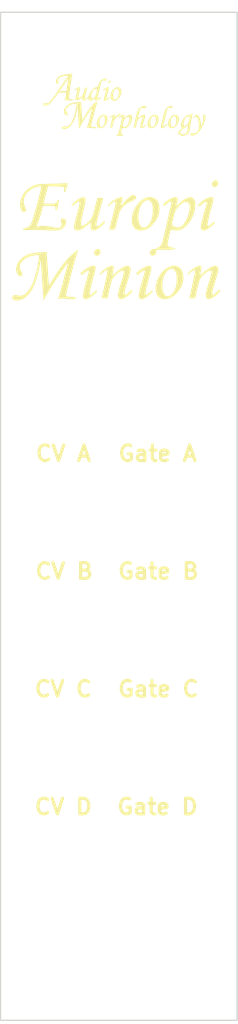
<source format=kicad_pcb>
(kicad_pcb (version 4) (host pcbnew 4.0.2-stable)

  (general
    (links 0)
    (no_connects 0)
    (area 26.867857 53.175 63.489286 186.175)
    (thickness 1.6)
    (drawings 40)
    (tracks 0)
    (zones 0)
    (modules 15)
    (nets 1)
  )

  (page A4)
  (title_block
    (title "Europi Minion Front Panel")
    (date 2016-10-15)
    (rev 0.1)
    (company "Audio Morphology")
  )

  (layers
    (0 F.Cu signal)
    (31 B.Cu signal hide)
    (32 B.Adhes user hide)
    (33 F.Adhes user hide)
    (34 B.Paste user hide)
    (35 F.Paste user hide)
    (36 B.SilkS user hide)
    (37 F.SilkS user)
    (38 B.Mask user hide)
    (39 F.Mask user hide)
    (40 Dwgs.User user hide)
    (41 Cmts.User user hide)
    (42 Eco1.User user hide)
    (43 Eco2.User user hide)
    (44 Edge.Cuts user)
    (45 Margin user hide)
    (46 B.CrtYd user hide)
    (47 F.CrtYd user hide)
    (48 B.Fab user hide)
    (49 F.Fab user hide)
  )

  (setup
    (last_trace_width 0.25)
    (trace_clearance 0.2)
    (zone_clearance 0.508)
    (zone_45_only no)
    (trace_min 0.2)
    (segment_width 0.2)
    (edge_width 0.15)
    (via_size 0.6)
    (via_drill 0.4)
    (via_min_size 0.4)
    (via_min_drill 0.3)
    (uvia_size 0.3)
    (uvia_drill 0.1)
    (uvias_allowed no)
    (uvia_min_size 0.2)
    (uvia_min_drill 0.1)
    (pcb_text_width 0.3)
    (pcb_text_size 1.5 1.5)
    (mod_edge_width 0.15)
    (mod_text_size 1 1)
    (mod_text_width 0.15)
    (pad_size 6 6)
    (pad_drill 6)
    (pad_to_mask_clearance 0.2)
    (aux_axis_origin 0 0)
    (visible_elements 7FFFFFFF)
    (pcbplotparams
      (layerselection 0x010a0_00000000)
      (usegerberextensions false)
      (excludeedgelayer true)
      (linewidth 0.100000)
      (plotframeref false)
      (viasonmask false)
      (mode 1)
      (useauxorigin false)
      (hpglpennumber 1)
      (hpglpenspeed 20)
      (hpglpendiameter 15)
      (hpglpenoverlay 2)
      (psnegative false)
      (psa4output false)
      (plotreference false)
      (plotvalue false)
      (plotinvisibletext false)
      (padsonsilk false)
      (subtractmaskfromsilk false)
      (outputformat 1)
      (mirror false)
      (drillshape 0)
      (scaleselection 1)
      (outputdirectory "front panel gerbers/"))
  )

  (net 0 "")

  (net_class Default "This is the default net class."
    (clearance 0.2)
    (trace_width 0.25)
    (via_dia 0.6)
    (via_drill 0.4)
    (uvia_dia 0.3)
    (uvia_drill 0.1)
  )

  (module LOGO (layer F.Cu) (tedit 0) (tstamp 58028B6D)
    (at 43.5 78)
    (fp_text reference G*** (at 0 0) (layer F.SilkS) hide
      (effects (font (thickness 0.3)))
    )
    (fp_text value LOGO (at 0.75 0) (layer F.SilkS) hide
      (effects (font (thickness 0.3)))
    )
    (fp_poly (pts (xy -4.658433 7.909863) (xy -4.664946 7.969981) (xy -4.700977 8.115028) (xy -4.760533 8.322777)
      (xy -4.831929 8.553248) (xy -4.898158 8.771361) (xy -4.98733 9.081234) (xy -5.094722 9.465178)
      (xy -5.215609 9.905506) (xy -5.345268 10.384529) (xy -5.478977 10.884562) (xy -5.612011 11.387916)
      (xy -5.739647 11.876904) (xy -5.857161 12.333837) (xy -5.959832 12.74103) (xy -6.042934 13.080794)
      (xy -6.058481 13.146261) (xy -6.191316 13.709583) (xy -6.016658 13.783347) (xy -5.874238 13.819552)
      (xy -5.662631 13.845864) (xy -5.425445 13.857028) (xy -5.404543 13.857111) (xy -4.967086 13.857111)
      (xy -4.967098 14.012333) (xy -4.975279 14.10637) (xy -5.019727 14.151918) (xy -5.130331 14.166451)
      (xy -5.232622 14.167555) (xy -5.403824 14.161141) (xy -5.648279 14.143888) (xy -5.927198 14.118782)
      (xy -6.095321 14.101151) (xy -6.435841 14.070285) (xy -6.689819 14.064663) (xy -6.880705 14.084118)
      (xy -6.930477 14.095149) (xy -7.073924 14.123308) (xy -7.15867 14.123998) (xy -7.168444 14.114995)
      (xy -7.151223 14.045794) (xy -7.10558 13.898891) (xy -7.040552 13.703077) (xy -7.02421 13.65533)
      (xy -6.972241 13.490656) (xy -6.8976 13.235194) (xy -6.805445 12.90756) (xy -6.700934 12.526371)
      (xy -6.589224 12.110244) (xy -6.475473 11.677795) (xy -6.462415 11.627555) (xy -6.352211 11.205942)
      (xy -6.246953 10.808779) (xy -6.151085 10.452407) (xy -6.069048 10.153165) (xy -6.005285 9.927395)
      (xy -5.964238 9.791436) (xy -5.959238 9.776718) (xy -5.918612 9.641045) (xy -5.911658 9.568579)
      (xy -5.923145 9.565156) (xy -5.98773 9.630747) (xy -6.104934 9.774745) (xy -6.263872 9.982223)
      (xy -6.453655 10.238255) (xy -6.663396 10.527917) (xy -6.88221 10.836282) (xy -7.099209 11.148424)
      (xy -7.303506 11.449418) (xy -7.365707 11.542889) (xy -7.573528 11.864076) (xy -7.814384 12.247769)
      (xy -8.066127 12.657995) (xy -8.306605 13.058778) (xy -8.454612 13.311395) (xy -9.020614 14.28968)
      (xy -9.056067 13.87584) (xy -9.06777 13.725312) (xy -9.0856 13.477565) (xy -9.108507 13.14804)
      (xy -9.13544 12.75218) (xy -9.16535 12.305425) (xy -9.197185 11.823218) (xy -9.229897 11.320999)
      (xy -9.23174 11.292501) (xy -9.263287 10.80986) (xy -9.293122 10.363779) (xy -9.320375 9.966522)
      (xy -9.344174 9.630354) (xy -9.363646 9.36754) (xy -9.377921 9.190346) (xy -9.386127 9.111036)
      (xy -9.386981 9.107981) (xy -9.400469 9.153043) (xy -9.424303 9.286408) (xy -9.454476 9.48441)
      (xy -9.472334 9.612369) (xy -9.515665 9.883508) (xy -9.578833 10.21766) (xy -9.652709 10.568729)
      (xy -9.71498 10.837333) (xy -9.939195 11.630563) (xy -10.199885 12.325351) (xy -10.495874 12.919756)
      (xy -10.825992 13.411843) (xy -11.189064 13.799671) (xy -11.583918 14.081305) (xy -11.719756 14.150042)
      (xy -11.972787 14.240213) (xy -12.250727 14.298785) (xy -12.516308 14.321202) (xy -12.732263 14.30291)
      (xy -12.799236 14.281977) (xy -12.945925 14.165636) (xy -13.017904 13.996714) (xy -12.998887 13.81549)
      (xy -12.993202 13.802223) (xy -12.875097 13.669554) (xy -12.677277 13.615806) (xy -12.399138 13.640838)
      (xy -12.349607 13.651574) (xy -12.15633 13.689862) (xy -11.986956 13.71294) (xy -11.931445 13.716)
      (xy -11.710615 13.666833) (xy -11.459321 13.52671) (xy -11.195428 13.306693) (xy -11.082584 13.190338)
      (xy -10.804479 12.834651) (xy -10.553542 12.402768) (xy -10.325745 11.885582) (xy -10.117061 11.273986)
      (xy -9.929434 10.583333) (xy -9.869361 10.316627) (xy -9.806179 9.999848) (xy -9.744233 9.659222)
      (xy -9.687868 9.320972) (xy -9.641431 9.011321) (xy -9.609268 8.756495) (xy -9.595723 8.582718)
      (xy -9.595555 8.568559) (xy -9.646326 8.537297) (xy -9.782153 8.529569) (xy -9.978314 8.542608)
      (xy -10.210083 8.573644) (xy -10.452737 8.619909) (xy -10.68155 8.678635) (xy -10.738577 8.696541)
      (xy -10.990061 8.797818) (xy -11.255424 8.932548) (xy -11.399947 9.0207) (xy -11.723672 9.285457)
      (xy -11.939022 9.56854) (xy -12.044958 9.866469) (xy -12.040443 10.17576) (xy -11.924439 10.492933)
      (xy -11.867444 10.589565) (xy -11.746883 10.793527) (xy -11.694882 10.93566) (xy -11.707799 11.040917)
      (xy -11.781991 11.134247) (xy -11.787222 11.139029) (xy -11.938855 11.218052) (xy -12.093311 11.199953)
      (xy -12.239302 11.099615) (xy -12.365542 10.931922) (xy -12.460743 10.711755) (xy -12.513618 10.453997)
      (xy -12.51369 10.181157) (xy -12.414545 9.760247) (xy -12.210851 9.365433) (xy -11.910366 9.011371)
      (xy -11.878926 8.982085) (xy -11.55543 8.726646) (xy -11.197445 8.526696) (xy -10.787787 8.376383)
      (xy -10.30927 8.269857) (xy -9.744708 8.201268) (xy -9.54138 8.186267) (xy -9.262273 8.165724)
      (xy -9.018226 8.142866) (xy -8.834677 8.120407) (xy -8.737069 8.101063) (xy -8.734778 8.100175)
      (xy -8.653711 8.08752) (xy -8.635404 8.10785) (xy -8.631611 8.173348) (xy -8.62107 8.338714)
      (xy -8.604622 8.59118) (xy -8.583108 8.91798) (xy -8.557368 9.306349) (xy -8.528243 9.743518)
      (xy -8.496573 10.216723) (xy -8.494699 10.244666) (xy -8.462903 10.719866) (xy -8.433616 11.160038)
      (xy -8.407676 11.552366) (xy -8.385924 11.884031) (xy -8.3692 12.142218) (xy -8.358345 12.31411)
      (xy -8.3542 12.38689) (xy -8.354183 12.387762) (xy -8.327184 12.363911) (xy -8.253786 12.259241)
      (xy -8.144899 12.090192) (xy -8.011432 11.873205) (xy -7.998379 11.85154) (xy -7.50247 11.056594)
      (xy -7.01712 10.337064) (xy -6.548094 9.700722) (xy -6.101157 9.15534) (xy -5.682073 8.708689)
      (xy -5.629208 8.657585) (xy -5.383278 8.430712) (xy -5.151148 8.23091) (xy -4.947546 8.069522)
      (xy -4.787198 7.95789) (xy -4.684831 7.907358) (xy -4.658433 7.909863)) (layer F.SilkS) (width 0.01))
    (fp_poly (pts (xy -2.492122 9.929938) (xy -2.479845 9.936208) (xy -2.422411 9.978719) (xy -2.389085 10.042645)
      (xy -2.381457 10.143291) (xy -2.401117 10.29596) (xy -2.449656 10.515956) (xy -2.528663 10.818584)
      (xy -2.597449 11.06807) (xy -2.764366 11.674438) (xy -2.898728 12.181005) (xy -3.002 12.595611)
      (xy -3.075647 12.926097) (xy -3.121135 13.180302) (xy -3.139928 13.366067) (xy -3.133492 13.491231)
      (xy -3.103291 13.563635) (xy -3.068212 13.587317) (xy -2.999577 13.56123) (xy -2.874026 13.47323)
      (xy -2.715222 13.340471) (xy -2.665752 13.295517) (xy -2.496575 13.142705) (xy -2.387683 13.058587)
      (xy -2.319062 13.032506) (xy -2.270699 13.053805) (xy -2.251222 13.074788) (xy -2.224401 13.126455)
      (xy -2.238955 13.188316) (xy -2.30696 13.277839) (xy -2.440495 13.412493) (xy -2.566807 13.531243)
      (xy -2.872173 13.790243) (xy -3.162044 13.989284) (xy -3.419526 14.118338) (xy -3.627723 14.167376)
      (xy -3.63879 14.167555) (xy -3.783472 14.128328) (xy -3.901946 14.047386) (xy -3.969334 13.964042)
      (xy -3.999136 13.865995) (xy -3.998426 13.715604) (xy -3.987245 13.593601) (xy -3.95531 13.362035)
      (xy -3.902053 13.086303) (xy -3.824231 12.753173) (xy -3.718603 12.349417) (xy -3.581924 11.861805)
      (xy -3.460335 11.44413) (xy -3.37478 11.144772) (xy -3.305247 10.884076) (xy -3.25634 10.680796)
      (xy -3.232663 10.553683) (xy -3.2335 10.520129) (xy -3.328754 10.50049) (xy -3.481811 10.558267)
      (xy -3.676592 10.685523) (xy -3.835263 10.81717) (xy -4.128145 11.080496) (xy -4.242057 10.966584)
      (xy -4.35597 10.852672) (xy -3.970565 10.525709) (xy -3.61446 10.253546) (xy -3.276632 10.053169)
      (xy -2.969011 9.929296) (xy -2.703531 9.886646) (xy -2.492122 9.929938)) (layer F.SilkS) (width 0.01))
    (fp_poly (pts (xy -0.159561 9.890225) (xy -0.078446 9.958301) (xy -0.078387 9.958455) (xy -0.075768 10.046108)
      (xy -0.094154 10.215332) (xy -0.129927 10.437525) (xy -0.156484 10.575802) (xy -0.26554 11.112472)
      (xy 0.096682 10.805178) (xy 0.548303 10.441583) (xy 0.938372 10.169999) (xy 1.269319 9.98943)
      (xy 1.543569 9.898879) (xy 1.763553 9.897348) (xy 1.931696 9.983842) (xy 1.977389 10.033)
      (xy 2.034157 10.124262) (xy 2.066641 10.234351) (xy 2.072711 10.376099) (xy 2.050241 10.562338)
      (xy 1.997101 10.805902) (xy 1.911163 11.119622) (xy 1.790299 11.516332) (xy 1.667788 11.899738)
      (xy 1.511162 12.398112) (xy 1.39606 12.799112) (xy 1.321205 13.109824) (xy 1.28532 13.337337)
      (xy 1.28713 13.488738) (xy 1.325358 13.571112) (xy 1.363396 13.58999) (xy 1.448185 13.561581)
      (xy 1.590279 13.465442) (xy 1.769409 13.315851) (xy 1.825432 13.264472) (xy 2.000923 13.102003)
      (xy 2.113126 13.007645) (xy 2.180875 12.972052) (xy 2.223008 12.985878) (xy 2.258358 13.03978)
      (xy 2.262556 13.047595) (xy 2.289206 13.115538) (xy 2.278896 13.181107) (xy 2.218287 13.264963)
      (xy 2.094039 13.387765) (xy 1.969854 13.500942) (xy 1.705255 13.718835) (xy 1.432768 13.907778)
      (xy 1.175575 14.054228) (xy 0.956859 14.144642) (xy 0.828752 14.167555) (xy 0.675811 14.117064)
      (xy 0.568541 14.018832) (xy 0.503528 13.912621) (xy 0.465383 13.78395) (xy 0.455973 13.620947)
      (xy 0.477162 13.411737) (xy 0.530817 13.144448) (xy 0.618804 12.807206) (xy 0.742989 12.388138)
      (xy 0.905236 11.875372) (xy 0.905513 11.874513) (xy 1.004235 11.556938) (xy 1.089671 11.25985)
      (xy 1.155474 11.007105) (xy 1.195291 10.822558) (xy 1.204151 10.752666) (xy 1.202199 10.605929)
      (xy 1.167385 10.536945) (xy 1.080889 10.511457) (xy 1.070995 10.51025) (xy 0.927737 10.536048)
      (xy 0.731992 10.627988) (xy 0.508417 10.769797) (xy 0.281671 10.945201) (xy 0.076413 11.137928)
      (xy 0.011822 11.20924) (xy -0.106465 11.358028) (xy -0.206575 11.514551) (xy -0.294754 11.695849)
      (xy -0.377248 11.918965) (xy -0.460303 12.200941) (xy -0.550165 12.558817) (xy -0.653079 13.009636)
      (xy -0.660765 13.044354) (xy -0.877863 14.026444) (xy -1.264467 14.043296) (xy -1.467745 14.049149)
      (xy -1.579751 14.041308) (xy -1.621736 14.015145) (xy -1.615291 13.966909) (xy -1.594473 13.889955)
      (xy -1.552822 13.717164) (xy -1.493652 13.462974) (xy -1.420279 13.141825) (xy -1.33602 12.768155)
      (xy -1.244191 12.356402) (xy -1.210758 12.205432) (xy -1.091147 11.654419) (xy -0.999733 11.210982)
      (xy -0.936216 10.873463) (xy -0.900298 10.640205) (xy -0.891679 10.509552) (xy -0.899249 10.47995)
      (xy -0.98528 10.452422) (xy -1.118732 10.502382) (xy -1.30733 10.633966) (xy -1.509713 10.806721)
      (xy -1.668581 10.943673) (xy -1.766149 11.009018) (xy -1.819953 11.011949) (xy -1.84141 10.980645)
      (xy -1.837708 10.889492) (xy -1.760822 10.768879) (xy -1.603302 10.610374) (xy -1.357695 10.405542)
      (xy -1.278658 10.343789) (xy -1.021649 10.167103) (xy -0.762651 10.027438) (xy -0.520247 9.930759)
      (xy -0.313023 9.883033) (xy -0.159561 9.890225)) (layer F.SilkS) (width 0.01))
    (fp_poly (pts (xy 4.619878 9.929938) (xy 4.632155 9.936208) (xy 4.689589 9.978719) (xy 4.722915 10.042645)
      (xy 4.730543 10.143291) (xy 4.710883 10.29596) (xy 4.662344 10.515956) (xy 4.583337 10.818584)
      (xy 4.514551 11.06807) (xy 4.347634 11.674438) (xy 4.213272 12.181005) (xy 4.11 12.595611)
      (xy 4.036353 12.926097) (xy 3.990865 13.180302) (xy 3.972072 13.366067) (xy 3.978508 13.491231)
      (xy 4.008709 13.563635) (xy 4.043788 13.587317) (xy 4.112423 13.56123) (xy 4.237974 13.47323)
      (xy 4.396778 13.340471) (xy 4.446248 13.295517) (xy 4.615425 13.142705) (xy 4.724317 13.058587)
      (xy 4.792938 13.032506) (xy 4.841301 13.053805) (xy 4.860778 13.074788) (xy 4.887599 13.126455)
      (xy 4.873045 13.188316) (xy 4.80504 13.277839) (xy 4.671505 13.412493) (xy 4.545193 13.531243)
      (xy 4.239827 13.790243) (xy 3.949956 13.989284) (xy 3.692474 14.118338) (xy 3.484277 14.167376)
      (xy 3.47321 14.167555) (xy 3.328528 14.128328) (xy 3.210054 14.047386) (xy 3.142666 13.964042)
      (xy 3.112864 13.865995) (xy 3.113574 13.715604) (xy 3.124755 13.593601) (xy 3.15669 13.362035)
      (xy 3.209947 13.086303) (xy 3.287769 12.753173) (xy 3.393397 12.349417) (xy 3.530076 11.861805)
      (xy 3.651665 11.44413) (xy 3.73722 11.144772) (xy 3.806753 10.884076) (xy 3.85566 10.680796)
      (xy 3.879337 10.553683) (xy 3.8785 10.520129) (xy 3.783246 10.50049) (xy 3.630189 10.558267)
      (xy 3.435408 10.685523) (xy 3.276737 10.81717) (xy 2.983855 11.080496) (xy 2.869943 10.966584)
      (xy 2.75603 10.852672) (xy 3.141435 10.525709) (xy 3.49754 10.253546) (xy 3.835368 10.053169)
      (xy 4.142989 9.929296) (xy 4.408469 9.886646) (xy 4.619878 9.929938)) (layer F.SilkS) (width 0.01))
    (fp_poly (pts (xy 8.015116 9.948986) (xy 8.040233 9.95826) (xy 8.319798 10.121801) (xy 8.536826 10.365633)
      (xy 8.68997 10.675184) (xy 8.777887 11.035879) (xy 8.79923 11.433146) (xy 8.752656 11.852411)
      (xy 8.636818 12.2791) (xy 8.450371 12.698641) (xy 8.314123 12.925777) (xy 8.066273 13.249453)
      (xy 7.772988 13.552759) (xy 7.464761 13.80721) (xy 7.190333 13.975571) (xy 6.927327 14.0722)
      (xy 6.626538 14.133641) (xy 6.330575 14.15468) (xy 6.082049 14.130103) (xy 6.034677 14.116995)
      (xy 5.734036 13.963895) (xy 5.504378 13.72812) (xy 5.348333 13.416837) (xy 5.268534 13.037215)
      (xy 5.267611 12.596422) (xy 5.289514 12.449866) (xy 6.09698 12.449866) (xy 6.124401 12.859353)
      (xy 6.204284 13.202453) (xy 6.329816 13.471618) (xy 6.494185 13.659299) (xy 6.690578 13.757945)
      (xy 6.912182 13.760008) (xy 7.152184 13.657939) (xy 7.174209 13.643552) (xy 7.343742 13.486357)
      (xy 7.518505 13.25154) (xy 7.678111 12.971425) (xy 7.802177 12.678335) (xy 7.822674 12.615333)
      (xy 7.886875 12.325535) (xy 7.929071 11.972704) (xy 7.947034 11.600617) (xy 7.938532 11.253048)
      (xy 7.905357 10.992268) (xy 7.820904 10.719912) (xy 7.683673 10.506194) (xy 7.644549 10.462673)
      (xy 7.518099 10.33981) (xy 7.415898 10.28552) (xy 7.291043 10.280728) (xy 7.218054 10.289224)
      (xy 6.957842 10.378964) (xy 6.719219 10.567035) (xy 6.509252 10.839821) (xy 6.335007 11.183701)
      (xy 6.203549 11.585057) (xy 6.121947 12.030272) (xy 6.09698 12.449866) (xy 5.289514 12.449866)
      (xy 5.328053 12.192) (xy 5.469191 11.708474) (xy 5.675265 11.262455) (xy 5.935313 10.862974)
      (xy 6.238371 10.519058) (xy 6.573477 10.239738) (xy 6.929668 10.034041) (xy 7.295979 9.910998)
      (xy 7.66145 9.879636) (xy 8.015116 9.948986)) (layer F.SilkS) (width 0.01))
    (fp_poly (pts (xy 11.016439 9.890225) (xy 11.097554 9.958301) (xy 11.097613 9.958455) (xy 11.100232 10.046108)
      (xy 11.081846 10.215332) (xy 11.046073 10.437525) (xy 11.019516 10.575802) (xy 10.91046 11.112472)
      (xy 11.272682 10.805178) (xy 11.724303 10.441583) (xy 12.114372 10.169999) (xy 12.445319 9.98943)
      (xy 12.719569 9.898879) (xy 12.939553 9.897348) (xy 13.107696 9.983842) (xy 13.153389 10.033)
      (xy 13.210157 10.124262) (xy 13.242641 10.234351) (xy 13.248711 10.376099) (xy 13.226241 10.562338)
      (xy 13.173101 10.805902) (xy 13.087163 11.119622) (xy 12.966299 11.516332) (xy 12.843788 11.899738)
      (xy 12.687162 12.398112) (xy 12.57206 12.799112) (xy 12.497205 13.109824) (xy 12.46132 13.337337)
      (xy 12.46313 13.488738) (xy 12.501358 13.571112) (xy 12.539396 13.58999) (xy 12.624185 13.561581)
      (xy 12.766279 13.465442) (xy 12.945409 13.315851) (xy 13.001432 13.264472) (xy 13.176923 13.102003)
      (xy 13.289126 13.007645) (xy 13.356875 12.972052) (xy 13.399008 12.985878) (xy 13.434358 13.03978)
      (xy 13.438556 13.047595) (xy 13.465206 13.115538) (xy 13.454896 13.181107) (xy 13.394287 13.264963)
      (xy 13.270039 13.387765) (xy 13.145854 13.500942) (xy 12.881255 13.718835) (xy 12.608768 13.907778)
      (xy 12.351575 14.054228) (xy 12.132859 14.144642) (xy 12.004752 14.167555) (xy 11.851811 14.117064)
      (xy 11.744541 14.018832) (xy 11.679528 13.912621) (xy 11.641383 13.78395) (xy 11.631973 13.620947)
      (xy 11.653162 13.411737) (xy 11.706817 13.144448) (xy 11.794804 12.807206) (xy 11.918989 12.388138)
      (xy 12.081236 11.875372) (xy 12.081513 11.874513) (xy 12.180235 11.556938) (xy 12.265671 11.25985)
      (xy 12.331474 11.007105) (xy 12.371291 10.822558) (xy 12.380151 10.752666) (xy 12.378199 10.605929)
      (xy 12.343385 10.536945) (xy 12.256889 10.511457) (xy 12.246995 10.51025) (xy 12.103737 10.536048)
      (xy 11.907992 10.627988) (xy 11.684417 10.769797) (xy 11.457671 10.945201) (xy 11.252413 11.137928)
      (xy 11.187822 11.20924) (xy 11.069535 11.358028) (xy 10.969425 11.514551) (xy 10.881246 11.695849)
      (xy 10.798752 11.918965) (xy 10.715697 12.200941) (xy 10.625835 12.558817) (xy 10.522921 13.009636)
      (xy 10.515235 13.044354) (xy 10.298137 14.026444) (xy 9.911533 14.043296) (xy 9.708255 14.049149)
      (xy 9.596249 14.041308) (xy 9.554264 14.015145) (xy 9.560709 13.966909) (xy 9.581527 13.889955)
      (xy 9.623178 13.717164) (xy 9.682348 13.462974) (xy 9.755721 13.141825) (xy 9.83998 12.768155)
      (xy 9.931809 12.356402) (xy 9.965242 12.205432) (xy 10.084853 11.654419) (xy 10.176267 11.210982)
      (xy 10.239784 10.873463) (xy 10.275702 10.640205) (xy 10.284321 10.509552) (xy 10.276751 10.47995)
      (xy 10.19072 10.452422) (xy 10.057268 10.502382) (xy 9.86867 10.633966) (xy 9.666287 10.806721)
      (xy 9.507419 10.943673) (xy 9.409851 11.009018) (xy 9.356047 11.011949) (xy 9.33459 10.980645)
      (xy 9.338292 10.889492) (xy 9.415178 10.768879) (xy 9.572698 10.610374) (xy 9.818305 10.405542)
      (xy 9.897342 10.343789) (xy 10.154351 10.167103) (xy 10.413349 10.027438) (xy 10.655753 9.930759)
      (xy 10.862977 9.883033) (xy 11.016439 9.890225)) (layer F.SilkS) (width 0.01))
    (fp_poly (pts (xy -1.888088 7.822212) (xy -1.862666 7.845777) (xy -1.765792 8.001581) (xy -1.767991 8.186209)
      (xy -1.835029 8.354907) (xy -1.973497 8.533529) (xy -2.144818 8.624059) (xy -2.325102 8.620302)
      (xy -2.483555 8.523111) (xy -2.583325 8.352297) (xy -2.583798 8.156626) (xy -2.487042 7.960926)
      (xy -2.431453 7.89788) (xy -2.243949 7.766457) (xy -2.058299 7.74082) (xy -1.888088 7.822212)) (layer F.SilkS) (width 0.01))
    (fp_poly (pts (xy 9.926416 1.187558) (xy 10.034533 1.268077) (xy 10.186114 1.443687) (xy 10.279242 1.674689)
      (xy 10.31802 1.977215) (xy 10.308359 2.344229) (xy 10.211721 2.962746) (xy 10.014783 3.553411)
      (xy 9.712828 4.128157) (xy 9.455523 4.502163) (xy 9.114924 4.883339) (xy 8.746239 5.162172)
      (xy 8.355849 5.336379) (xy 7.950135 5.403673) (xy 7.535477 5.361771) (xy 7.27979 5.281185)
      (xy 7.241978 5.286448) (xy 7.202177 5.341785) (xy 7.155539 5.460662) (xy 7.097214 5.656544)
      (xy 7.022354 5.942898) (xy 6.979328 6.115608) (xy 6.906232 6.428445) (xy 6.846286 6.716876)
      (xy 6.803945 6.956835) (xy 6.78366 7.124261) (xy 6.783317 7.174765) (xy 6.818889 7.309116)
      (xy 6.907966 7.408529) (xy 7.068813 7.484573) (xy 7.319695 7.548817) (xy 7.398439 7.564355)
      (xy 7.592022 7.603947) (xy 7.695651 7.638342) (xy 7.730751 7.680757) (xy 7.718743 7.74441)
      (xy 7.713411 7.758676) (xy 7.688516 7.788147) (xy 7.630215 7.810275) (xy 7.524549 7.82606)
      (xy 7.357558 7.836498) (xy 7.115284 7.842586) (xy 6.783766 7.845323) (xy 6.494294 7.845777)
      (xy 5.3086 7.845777) (xy 5.340903 8.007293) (xy 5.339212 8.214977) (xy 5.26234 8.395756)
      (xy 5.132112 8.533827) (xy 4.970352 8.61339) (xy 4.798887 8.618645) (xy 4.639539 8.533789)
      (xy 4.628445 8.523111) (xy 4.528049 8.352056) (xy 4.528424 8.156609) (xy 4.627498 7.958938)
      (xy 4.687508 7.89092) (xy 4.817043 7.780015) (xy 4.93244 7.741546) (xy 5.053646 7.75048)
      (xy 5.220647 7.753293) (xy 5.290916 7.708979) (xy 5.369467 7.645132) (xy 5.509032 7.579867)
      (xy 5.54382 7.567771) (xy 5.782343 7.43471) (xy 5.973952 7.219297) (xy 6.092094 6.954211)
      (xy 6.129982 6.804761) (xy 6.187216 6.570102) (xy 6.260688 6.263623) (xy 6.347288 5.898715)
      (xy 6.443908 5.488767) (xy 6.547439 5.047169) (xy 6.643386 4.63609) (xy 7.337778 4.63609)
      (xy 7.388435 4.71961) (xy 7.528231 4.822794) (xy 7.634111 4.881246) (xy 7.950698 4.994809)
      (xy 8.240848 4.99965) (xy 8.509656 4.895444) (xy 8.618324 4.818347) (xy 8.825593 4.603089)
      (xy 9.021443 4.312764) (xy 9.199116 3.968649) (xy 9.351854 3.592019) (xy 9.472899 3.20415)
      (xy 9.555494 2.826317) (xy 9.59288 2.479797) (xy 9.5783 2.185864) (xy 9.517331 1.988012)
      (xy 9.380378 1.820513) (xy 9.196378 1.754947) (xy 8.966663 1.791251) (xy 8.692569 1.929364)
      (xy 8.543203 2.033629) (xy 8.248531 2.289138) (xy 7.994898 2.573254) (xy 7.808609 2.85501)
      (xy 7.761366 2.954018) (xy 7.715507 3.08643) (xy 7.654375 3.29374) (xy 7.584594 3.549646)
      (xy 7.512788 3.827843) (xy 7.44558 4.102028) (xy 7.389595 4.345898) (xy 7.351456 4.533148)
      (xy 7.337778 4.63609) (xy 6.643386 4.63609) (xy 6.654771 4.587312) (xy 6.762797 4.122584)
      (xy 6.868407 3.666378) (xy 6.968492 3.232081) (xy 7.059943 2.833084) (xy 7.139651 2.482778)
      (xy 7.204508 2.194552) (xy 7.251404 1.981796) (xy 7.277231 1.857901) (xy 7.281334 1.83219)
      (xy 7.239102 1.738236) (xy 7.132664 1.711942) (xy 6.992405 1.759356) (xy 6.973695 1.770971)
      (xy 6.855343 1.860771) (xy 6.699209 1.994533) (xy 6.596564 2.089039) (xy 6.457572 2.214543)
      (xy 6.370481 2.268939) (xy 6.310181 2.263657) (xy 6.27516 2.23535) (xy 6.224011 2.157764)
      (xy 6.234107 2.071348) (xy 6.314756 1.959604) (xy 6.475264 1.806037) (xy 6.557791 1.734429)
      (xy 6.866781 1.502046) (xy 7.189564 1.31427) (xy 7.495136 1.187393) (xy 7.682426 1.143505)
      (xy 7.879994 1.142273) (xy 8.005937 1.206244) (xy 8.062907 1.342659) (xy 8.053554 1.558755)
      (xy 7.980529 1.861772) (xy 7.964586 1.914082) (xy 7.913666 2.09022) (xy 7.88528 2.214175)
      (xy 7.885033 2.257777) (xy 7.935306 2.221914) (xy 8.049501 2.125038) (xy 8.209068 1.983222)
      (xy 8.34362 1.860482) (xy 8.760913 1.51793) (xy 9.151014 1.284264) (xy 9.51356 1.159688)
      (xy 9.613088 1.144041) (xy 9.791826 1.139303) (xy 9.926416 1.187558)) (layer F.SilkS) (width 0.01))
    (fp_poly (pts (xy -5.941023 -0.604424) (xy -5.945982 -0.587094) (xy -5.973712 -0.485563) (xy -6.020032 -0.306443)
      (xy -6.076699 -0.081799) (xy -6.100538 0.014111) (xy -6.165237 0.25765) (xy -6.218526 0.408715)
      (xy -6.268917 0.485949) (xy -6.324921 0.507994) (xy -6.326049 0.508) (xy -6.386923 0.493877)
      (xy -6.41045 0.432896) (xy -6.404004 0.297134) (xy -6.397372 0.238011) (xy -6.384893 0.093818)
      (xy -6.395388 -0.014479) (xy -6.442483 -0.09243) (xy -6.539807 -0.145584) (xy -6.700987 -0.179489)
      (xy -6.939651 -0.199695) (xy -7.269426 -0.21175) (xy -7.515731 -0.217358) (xy -7.829065 -0.222019)
      (xy -8.098922 -0.222474) (xy -8.306905 -0.218984) (xy -8.434612 -0.211808) (xy -8.466666 -0.203935)
      (xy -8.480784 -0.141552) (xy -8.520087 0.012331) (xy -8.58 0.240316) (xy -8.655951 0.525009)
      (xy -8.743364 0.849014) (xy -8.748889 0.869379) (xy -8.836844 1.195179) (xy -8.913613 1.482699)
      (xy -8.97462 1.714549) (xy -9.015293 1.873334) (xy -9.031057 1.941664) (xy -9.031111 1.942511)
      (xy -8.978193 1.954902) (xy -8.83353 1.965176) (xy -8.618263 1.972363) (xy -8.353529 1.975495)
      (xy -8.309892 1.975555) (xy -7.960554 1.97077) (xy -7.706884 1.952906) (xy -7.531933 1.916694)
      (xy -7.41875 1.856871) (xy -7.350386 1.768168) (xy -7.31493 1.666428) (xy -7.257186 1.561344)
      (xy -7.174935 1.516783) (xy -7.103325 1.535079) (xy -7.077505 1.618565) (xy -7.082575 1.651)
      (xy -7.102061 1.748973) (xy -7.133073 1.918477) (xy -7.17047 2.129767) (xy -7.209115 2.3531)
      (xy -7.243867 2.55873) (xy -7.269588 2.716914) (xy -7.281139 2.797908) (xy -7.281333 2.801393)
      (xy -7.328836 2.818346) (xy -7.394222 2.822222) (xy -7.468333 2.803098) (xy -7.500907 2.725968)
      (xy -7.507111 2.59843) (xy -7.527037 2.425454) (xy -7.594523 2.329591) (xy -7.616289 2.316208)
      (xy -7.714026 2.29317) (xy -7.897714 2.274413) (xy -8.140436 2.261951) (xy -8.396724 2.257777)
      (xy -9.06798 2.257777) (xy -9.252632 2.921) (xy -9.355554 3.267838) (xy -9.481794 3.659866)
      (xy -9.611884 4.037808) (xy -9.68301 4.231372) (xy -9.77565 4.480529) (xy -9.849191 4.688338)
      (xy -9.896518 4.833937) (xy -9.910514 4.896466) (xy -9.910123 4.897135) (xy -9.849626 4.895411)
      (xy -9.71629 4.870246) (xy -9.624935 4.848625) (xy -9.371865 4.813579) (xy -9.037587 4.80978)
      (xy -8.648853 4.835471) (xy -8.232411 4.888896) (xy -7.820415 4.96709) (xy -7.504163 5.033451)
      (xy -7.274748 5.068032) (xy -7.110474 5.070111) (xy -6.989646 5.038965) (xy -6.890566 4.973872)
      (xy -6.848722 4.934742) (xy -6.752235 4.81603) (xy -6.728067 4.696272) (xy -6.743708 4.581964)
      (xy -6.779903 4.394039) (xy -6.812368 4.223524) (xy -6.813598 4.216995) (xy -6.803292 4.039155)
      (xy -6.716202 3.913662) (xy -6.581026 3.852649) (xy -6.426465 3.868248) (xy -6.281218 3.972592)
      (xy -6.26943 3.986945) (xy -6.170536 4.197073) (xy -6.16385 4.438195) (xy -6.24097 4.690111)
      (xy -6.39349 4.932622) (xy -6.613005 5.145527) (xy -6.801555 5.265881) (xy -7.020054 5.338673)
      (xy -7.341012 5.383801) (xy -7.757364 5.400957) (xy -8.262042 5.389831) (xy -8.805333 5.353756)
      (xy -9.081535 5.337442) (xy -9.436494 5.32678) (xy -9.836198 5.32223) (xy -10.246634 5.324251)
      (xy -10.541 5.330354) (xy -10.933618 5.340075) (xy -11.225469 5.343232) (xy -11.42851 5.339395)
      (xy -11.554697 5.328136) (xy -11.615984 5.309025) (xy -11.626691 5.291362) (xy -11.600218 5.188839)
      (xy -11.510224 5.112753) (xy -11.336404 5.049247) (xy -11.233437 5.022973) (xy -10.983184 4.936285)
      (xy -10.792527 4.816847) (xy -10.772519 4.798092) (xy -10.690272 4.680472) (xy -10.593279 4.475784)
      (xy -10.480425 4.180548) (xy -10.350595 3.791282) (xy -10.202674 3.304506) (xy -10.035547 2.716738)
      (xy -9.848098 2.024498) (xy -9.687406 1.411111) (xy -9.56346 0.933956) (xy -9.466516 0.555898)
      (xy -9.397192 0.266269) (xy -9.356107 0.054405) (xy -9.343879 -0.090363) (xy -9.361127 -0.178699)
      (xy -9.40847 -0.22127) (xy -9.486526 -0.228743) (xy -9.595913 -0.211783) (xy -9.737251 -0.181058)
      (xy -9.779224 -0.172148) (xy -10.232778 -0.028939) (xy -10.652867 0.197635) (xy -11.017259 0.491601)
      (xy -11.303723 0.836982) (xy -11.391878 0.98666) (xy -11.513846 1.332117) (xy -11.550814 1.714429)
      (xy -11.50293 2.096332) (xy -11.386244 2.411123) (xy -11.285366 2.618168) (xy -11.242381 2.757137)
      (xy -11.25475 2.855308) (xy -11.319935 2.939957) (xy -11.335667 2.954585) (xy -11.494043 3.047358)
      (xy -11.64083 3.040692) (xy -11.770552 2.947868) (xy -11.877734 2.782169) (xy -11.956902 2.556878)
      (xy -12.002581 2.285278) (xy -12.009295 1.980652) (xy -11.97157 1.656283) (xy -11.936142 1.497751)
      (xy -11.746553 0.983637) (xy -11.464449 0.530869) (xy -11.095676 0.145395) (xy -10.646082 -0.166835)
      (xy -10.121514 -0.39987) (xy -10.047111 -0.424357) (xy -9.938219 -0.453303) (xy -9.802794 -0.477416)
      (xy -9.627798 -0.497553) (xy -9.400192 -0.514572) (xy -9.106936 -0.529331) (xy -8.734993 -0.542686)
      (xy -8.271323 -0.555496) (xy -7.930444 -0.563578) (xy -7.485855 -0.574949) (xy -7.074425 -0.587942)
      (xy -6.710567 -0.601909) (xy -6.408695 -0.616203) (xy -6.183223 -0.630177) (xy -6.048564 -0.643181)
      (xy -6.018931 -0.649465) (xy -5.942814 -0.666596) (xy -5.941023 -0.604424)) (layer F.SilkS) (width 0.01))
    (fp_poly (pts (xy -3.845446 1.158958) (xy -3.726003 1.248776) (xy -3.690553 1.332477) (xy -3.678559 1.459627)
      (xy -3.691697 1.654528) (xy -3.73136 1.925367) (xy -3.798942 2.280332) (xy -3.895836 2.727608)
      (xy -4.015887 3.243722) (xy -4.119658 3.693635) (xy -4.192555 4.047025) (xy -4.235711 4.315623)
      (xy -4.250259 4.51116) (xy -4.237335 4.64537) (xy -4.198072 4.729983) (xy -4.162612 4.761651)
      (xy -4.039621 4.778305) (xy -3.867453 4.717915) (xy -3.663607 4.594535) (xy -3.445579 4.422221)
      (xy -3.230864 4.215027) (xy -3.036961 3.987006) (xy -2.881364 3.752212) (xy -2.862388 3.717235)
      (xy -2.805926 3.580691) (xy -2.730529 3.356195) (xy -2.642821 3.065753) (xy -2.549426 2.731369)
      (xy -2.456968 2.375051) (xy -2.450355 2.348457) (xy -2.176043 1.241777) (xy -1.789773 1.241777)
      (xy -1.586689 1.244625) (xy -1.47444 1.25748) (xy -1.431029 1.286813) (xy -1.434458 1.339096)
      (xy -1.436486 1.345694) (xy -1.476144 1.478731) (xy -1.539017 1.69924) (xy -1.619713 1.98748)
      (xy -1.712843 2.323709) (xy -1.813016 2.688186) (xy -1.914841 3.061167) (xy -2.012926 3.422913)
      (xy -2.101883 3.753679) (xy -2.176319 4.033726) (xy -2.230845 4.24331) (xy -2.259102 4.358313)
      (xy -2.299261 4.620251) (xy -2.281133 4.785631) (xy -2.205062 4.854365) (xy -2.071391 4.826364)
      (xy -1.880463 4.701542) (xy -1.6647 4.510905) (xy -1.492789 4.348451) (xy -1.382624 4.255574)
      (xy -1.315897 4.222251) (xy -1.274301 4.238464) (xy -1.246069 4.281759) (xy -1.224256 4.351467)
      (xy -1.248051 4.426105) (xy -1.331103 4.528538) (xy -1.481771 4.676634) (xy -1.714338 4.891736)
      (xy -1.896852 5.046376) (xy -2.057183 5.161773) (xy -2.2232 5.259148) (xy -2.297862 5.298019)
      (xy -2.53883 5.395543) (xy -2.723567 5.407807) (xy -2.870999 5.333789) (xy -2.937162 5.263444)
      (xy -3.002445 5.166866) (xy -3.034574 5.064253) (xy -3.039369 4.919374) (xy -3.024708 4.718359)
      (xy -2.98912 4.328496) (xy -3.268993 4.590284) (xy -3.515869 4.800977) (xy -3.79134 5.003499)
      (xy -4.066132 5.178784) (xy -4.31097 5.307767) (xy -4.453111 5.361494) (xy -4.694935 5.411163)
      (xy -4.868983 5.399515) (xy -5.004245 5.323377) (xy -5.031109 5.298224) (xy -5.095745 5.219647)
      (xy -5.127088 5.127552) (xy -5.131171 4.987509) (xy -5.117649 4.804335) (xy -5.09121 4.632062)
      (xy -5.037896 4.375871) (xy -4.963414 4.059928) (xy -4.873474 3.7084) (xy -4.773782 3.345454)
      (xy -4.769669 3.331028) (xy -4.635526 2.848028) (xy -4.537666 2.462883) (xy -4.474796 2.166997)
      (xy -4.445621 1.951774) (xy -4.448847 1.808617) (xy -4.48318 1.728931) (xy -4.525071 1.706303)
      (xy -4.609786 1.732111) (xy -4.752391 1.818547) (xy -4.927772 1.949723) (xy -4.98598 1.997929)
      (xy -5.168416 2.148275) (xy -5.287297 2.231697) (xy -5.361727 2.258156) (xy -5.410814 2.237611)
      (xy -5.422193 2.225306) (xy -5.446684 2.153531) (xy -5.408121 2.059952) (xy -5.298111 1.934813)
      (xy -5.108258 1.768361) (xy -4.863791 1.576388) (xy -4.546201 1.359285) (xy -4.264586 1.216092)
      (xy -4.027987 1.14869) (xy -3.845446 1.158958)) (layer F.SilkS) (width 0.01))
    (fp_poly (pts (xy 4.967116 1.200097) (xy 4.992233 1.209371) (xy 5.271798 1.372912) (xy 5.488826 1.616744)
      (xy 5.64197 1.926295) (xy 5.729887 2.28699) (xy 5.75123 2.684257) (xy 5.704656 3.103522)
      (xy 5.588818 3.530211) (xy 5.402371 3.949752) (xy 5.266123 4.176889) (xy 5.018273 4.500564)
      (xy 4.724988 4.80387) (xy 4.416761 5.058321) (xy 4.142333 5.226682) (xy 3.879327 5.323311)
      (xy 3.578538 5.384752) (xy 3.282575 5.405791) (xy 3.034049 5.381214) (xy 2.986677 5.368106)
      (xy 2.686036 5.215006) (xy 2.456378 4.979231) (xy 2.300333 4.667948) (xy 2.220534 4.288326)
      (xy 2.219611 3.847533) (xy 2.241514 3.700977) (xy 3.04898 3.700977) (xy 3.076401 4.110464)
      (xy 3.156284 4.453564) (xy 3.281816 4.722729) (xy 3.446185 4.91041) (xy 3.642578 5.009056)
      (xy 3.864182 5.011119) (xy 4.104184 4.90905) (xy 4.126209 4.894663) (xy 4.295742 4.737468)
      (xy 4.470505 4.502651) (xy 4.630111 4.222536) (xy 4.754177 3.929446) (xy 4.774674 3.866444)
      (xy 4.838875 3.576646) (xy 4.881071 3.223815) (xy 4.899034 2.851728) (xy 4.890532 2.504159)
      (xy 4.857357 2.243379) (xy 4.772904 1.971023) (xy 4.635673 1.757305) (xy 4.596549 1.713784)
      (xy 4.470099 1.590921) (xy 4.367898 1.536631) (xy 4.243043 1.531839) (xy 4.170054 1.540336)
      (xy 3.909842 1.630075) (xy 3.671219 1.818147) (xy 3.461252 2.090932) (xy 3.287007 2.434812)
      (xy 3.155549 2.836169) (xy 3.073947 3.281383) (xy 3.04898 3.700977) (xy 2.241514 3.700977)
      (xy 2.280053 3.443111) (xy 2.421191 2.959585) (xy 2.627265 2.513566) (xy 2.887313 2.114085)
      (xy 3.190371 1.770169) (xy 3.525477 1.490849) (xy 3.881668 1.285152) (xy 4.247979 1.162109)
      (xy 4.61345 1.130747) (xy 4.967116 1.200097)) (layer F.SilkS) (width 0.01))
    (fp_poly (pts (xy 12.5221 1.181049) (xy 12.534378 1.187319) (xy 12.591811 1.22983) (xy 12.625137 1.293756)
      (xy 12.632765 1.394402) (xy 12.613105 1.547071) (xy 12.564566 1.767067) (xy 12.485559 2.069695)
      (xy 12.416773 2.319181) (xy 12.249856 2.925549) (xy 12.115494 3.432116) (xy 12.012222 3.846722)
      (xy 11.938575 4.177208) (xy 11.893087 4.431413) (xy 11.874294 4.617178) (xy 11.88073 4.742342)
      (xy 11.910931 4.814746) (xy 11.94601 4.838428) (xy 12.014646 4.812341) (xy 12.140196 4.724341)
      (xy 12.299 4.591583) (xy 12.348471 4.546628) (xy 12.517647 4.393817) (xy 12.62654 4.309698)
      (xy 12.695161 4.283617) (xy 12.743523 4.304916) (xy 12.763 4.325899) (xy 12.789821 4.377566)
      (xy 12.775268 4.439427) (xy 12.707262 4.52895) (xy 12.573727 4.663604) (xy 12.447415 4.782355)
      (xy 12.14205 5.041354) (xy 11.852178 5.240395) (xy 11.594696 5.369449) (xy 11.386499 5.418487)
      (xy 11.375432 5.418666) (xy 11.23075 5.379439) (xy 11.112276 5.298497) (xy 11.044888 5.215153)
      (xy 11.015086 5.117106) (xy 11.015796 4.966715) (xy 11.026977 4.844712) (xy 11.058912 4.613146)
      (xy 11.11217 4.337414) (xy 11.189991 4.004284) (xy 11.295619 3.600528) (xy 11.432298 3.112916)
      (xy 11.553887 2.695242) (xy 11.639442 2.395883) (xy 11.708975 2.135187) (xy 11.757882 1.931907)
      (xy 11.78156 1.804794) (xy 11.780723 1.771241) (xy 11.685468 1.751601) (xy 11.532411 1.809378)
      (xy 11.33763 1.936634) (xy 11.178959 2.068281) (xy 10.886077 2.331607) (xy 10.658253 2.103783)
      (xy 11.043658 1.77682) (xy 11.399762 1.504657) (xy 11.737591 1.30428) (xy 12.045211 1.180407)
      (xy 12.310691 1.137758) (xy 12.5221 1.181049)) (layer F.SilkS) (width 0.01))
    (fp_poly (pts (xy 2.626044 0.942554) (xy 2.732511 1.068506) (xy 2.767843 1.221502) (xy 2.728568 1.349291)
      (xy 2.638313 1.432572) (xy 2.460391 1.541696) (xy 2.214064 1.666306) (xy 1.918593 1.796046)
      (xy 1.834769 1.829868) (xy 1.612086 1.953841) (xy 1.362196 2.149817) (xy 1.113055 2.391308)
      (xy 0.892617 2.651823) (xy 0.760609 2.847726) (xy 0.678242 3.028326) (xy 0.580329 3.313363)
      (xy 0.469069 3.695788) (xy 0.346663 4.168553) (xy 0.340389 4.194029) (xy 0.074167 5.277555)
      (xy -0.306239 5.294351) (xy -0.507262 5.300447) (xy -0.617858 5.292753) (xy -0.660175 5.26589)
      (xy -0.65636 5.21448) (xy -0.654894 5.209685) (xy -0.609203 5.052298) (xy -0.542416 4.807452)
      (xy -0.460218 4.497353) (xy -0.368292 4.144208) (xy -0.272321 3.770225) (xy -0.177989 3.397609)
      (xy -0.090978 3.04857) (xy -0.016973 2.745312) (xy 0.038345 2.510045) (xy 0.054081 2.439419)
      (xy 0.119521 2.102645) (xy 0.144115 1.868589) (xy 0.123833 1.733253) (xy 0.054646 1.69264)
      (xy -0.067475 1.742749) (xy -0.246559 1.879585) (xy -0.385132 2.003597) (xy -0.557753 2.157607)
      (xy -0.670353 2.24031) (xy -0.740823 2.262085) (xy -0.785163 2.235651) (xy -0.801508 2.181363)
      (xy -0.762744 2.104147) (xy -0.657188 1.987874) (xy -0.497179 1.838092) (xy -0.182822 1.587844)
      (xy 0.15418 1.378276) (xy 0.483772 1.225656) (xy 0.775901 1.146254) (xy 0.782557 1.145336)
      (xy 0.924667 1.136052) (xy 1.011554 1.16475) (xy 1.047889 1.247331) (xy 1.038346 1.3997)
      (xy 0.987595 1.637759) (xy 0.959819 1.748745) (xy 0.908593 1.96246) (xy 0.874543 2.130709)
      (xy 0.862826 2.226768) (xy 0.865264 2.238745) (xy 0.908289 2.210259) (xy 0.995883 2.111747)
      (xy 1.092392 1.986828) (xy 1.244671 1.798817) (xy 1.437222 1.589127) (xy 1.650122 1.37637)
      (xy 1.863445 1.179159) (xy 2.057268 1.016107) (xy 2.211667 0.905825) (xy 2.288855 0.869128)
      (xy 2.47073 0.867983) (xy 2.626044 0.942554)) (layer F.SilkS) (width 0.01))
    (fp_poly (pts (xy 13.126135 -0.926677) (xy 13.151556 -0.903111) (xy 13.24843 -0.747308) (xy 13.246232 -0.56268)
      (xy 13.179194 -0.393982) (xy 13.040726 -0.21536) (xy 12.869404 -0.12483) (xy 12.689121 -0.128587)
      (xy 12.530667 -0.225778) (xy 12.430897 -0.396592) (xy 12.430424 -0.592263) (xy 12.527181 -0.787963)
      (xy 12.582769 -0.851009) (xy 12.770273 -0.982432) (xy 12.955924 -1.008069) (xy 13.126135 -0.926677)) (layer F.SilkS) (width 0.01))
    (fp_poly (pts (xy 1.223676 -9.345483) (xy 1.279055 -9.293328) (xy 1.283688 -9.179926) (xy 1.27214 -9.107334)
      (xy 1.233718 -8.902527) (xy 1.470145 -9.104899) (xy 1.636224 -9.227733) (xy 1.799268 -9.317956)
      (xy 1.873077 -9.343842) (xy 2.051162 -9.341305) (xy 2.175426 -9.253762) (xy 2.244605 -9.096114)
      (xy 2.257439 -8.883264) (xy 2.212663 -8.630111) (xy 2.109018 -8.351557) (xy 1.977428 -8.111821)
      (xy 1.769721 -7.847141) (xy 1.547746 -7.690548) (xy 1.30392 -7.637438) (xy 1.205476 -7.643239)
      (xy 0.971619 -7.672632) (xy 0.901061 -7.298691) (xy 0.865934 -7.096821) (xy 0.857125 -6.975352)
      (xy 0.876823 -6.904402) (xy 0.927222 -6.854092) (xy 0.93404 -6.849041) (xy 1.048201 -6.787862)
      (xy 1.111455 -6.773334) (xy 1.179367 -6.739051) (xy 1.185334 -6.716889) (xy 1.132272 -6.689401)
      (xy 0.986335 -6.669935) (xy 0.767392 -6.660829) (xy 0.705556 -6.660445) (xy 0.471906 -6.666687)
      (xy 0.306445 -6.683856) (xy 0.229044 -6.709614) (xy 0.225778 -6.716889) (xy 0.270976 -6.768116)
      (xy 0.303533 -6.773334) (xy 0.401156 -6.813197) (xy 0.455802 -6.863117) (xy 0.488537 -6.9401)
      (xy 0.538507 -7.103195) (xy 0.60091 -7.332013) (xy 0.670942 -7.606165) (xy 0.743802 -7.905263)
      (xy 0.767761 -8.007899) (xy 1.083266 -8.007899) (xy 1.101112 -7.913106) (xy 1.161293 -7.855991)
      (xy 1.165698 -7.853391) (xy 1.34985 -7.794495) (xy 1.508903 -7.844671) (xy 1.550048 -7.879889)
      (xy 1.694404 -8.075544) (xy 1.811253 -8.328068) (xy 1.887464 -8.597001) (xy 1.909909 -8.841882)
      (xy 1.896026 -8.946074) (xy 1.827846 -9.061038) (xy 1.708936 -9.077909) (xy 1.544215 -8.996815)
      (xy 1.464211 -8.934969) (xy 1.290996 -8.745224) (xy 1.174648 -8.503997) (xy 1.101496 -8.182767)
      (xy 1.100514 -8.17623) (xy 1.083266 -8.007899) (xy 0.767761 -8.007899) (xy 0.814686 -8.208917)
      (xy 0.878791 -8.496739) (xy 0.931316 -8.74834) (xy 0.967456 -8.943331) (xy 0.98241 -9.061323)
      (xy 0.979515 -9.086411) (xy 0.91793 -9.079421) (xy 0.801808 -9.02694) (xy 0.778934 -9.014178)
      (xy 0.639574 -8.949852) (xy 0.575526 -8.953677) (xy 0.595569 -9.021123) (xy 0.645182 -9.083214)
      (xy 0.777779 -9.193021) (xy 0.94531 -9.285589) (xy 1.107311 -9.342571) (xy 1.223314 -9.345621)
      (xy 1.223676 -9.345483)) (layer F.SilkS) (width 0.01))
    (fp_poly (pts (xy 9.959107 -9.476597) (xy 9.956075 -9.415991) (xy 9.930358 -9.269896) (xy 9.886563 -9.062365)
      (xy 9.8468 -8.889998) (xy 9.777889 -8.564416) (xy 9.713116 -8.195959) (xy 9.663762 -7.850557)
      (xy 9.653631 -7.761111) (xy 9.613613 -7.448736) (xy 9.561609 -7.222451) (xy 9.486014 -7.05546)
      (xy 9.37522 -6.920965) (xy 9.241631 -6.809882) (xy 9.055057 -6.723366) (xy 8.813788 -6.679522)
      (xy 8.56682 -6.681845) (xy 8.363152 -6.733834) (xy 8.340384 -6.745556) (xy 8.188507 -6.880196)
      (xy 8.135834 -7.043976) (xy 8.159599 -7.14102) (xy 8.421984 -7.14102) (xy 8.443291 -7.015977)
      (xy 8.496947 -6.940393) (xy 8.650828 -6.846866) (xy 8.84015 -6.845266) (xy 9.035697 -6.934982)
      (xy 9.058561 -6.952144) (xy 9.192206 -7.094495) (xy 9.291951 -7.260776) (xy 9.329285 -7.391455)
      (xy 9.356273 -7.560781) (xy 9.370474 -7.734042) (xy 9.369449 -7.876526) (xy 9.350758 -7.953522)
      (xy 9.34101 -7.958667) (xy 9.286013 -7.927266) (xy 9.162338 -7.84303) (xy 8.991579 -7.72091)
      (xy 8.89009 -7.646471) (xy 8.639377 -7.445478) (xy 8.485344 -7.280591) (xy 8.421984 -7.14102)
      (xy 8.159599 -7.14102) (xy 8.178783 -7.219356) (xy 8.313774 -7.388795) (xy 8.497383 -7.514605)
      (xy 8.637863 -7.592738) (xy 8.690048 -7.640031) (xy 8.666514 -7.676327) (xy 8.616925 -7.703245)
      (xy 8.512049 -7.813617) (xy 8.475664 -7.994253) (xy 8.492091 -8.121899) (xy 8.810404 -8.121899)
      (xy 8.846542 -8.00266) (xy 8.873067 -7.969956) (xy 8.974137 -7.909218) (xy 9.088521 -7.937844)
      (xy 9.179727 -8.002255) (xy 9.309162 -8.141195) (xy 9.413795 -8.338252) (xy 9.506847 -8.619174)
      (xy 9.518364 -8.661619) (xy 9.574545 -8.893497) (xy 9.591308 -9.038029) (xy 9.566271 -9.114509)
      (xy 9.497049 -9.142235) (xy 9.458775 -9.144) (xy 9.276978 -9.091692) (xy 9.103758 -8.949714)
      (xy 8.961104 -8.740483) (xy 8.890929 -8.565075) (xy 8.825007 -8.302966) (xy 8.810404 -8.121899)
      (xy 8.492091 -8.121899) (xy 8.50566 -8.227327) (xy 8.599929 -8.495017) (xy 8.741562 -8.756468)
      (xy 8.975804 -9.049981) (xy 9.243135 -9.251611) (xy 9.529897 -9.351272) (xy 9.551109 -9.354267)
      (xy 9.718391 -9.386085) (xy 9.842506 -9.428242) (xy 9.865031 -9.441889) (xy 9.938999 -9.480117)
      (xy 9.959107 -9.476597)) (layer F.SilkS) (width 0.01))
    (fp_poly (pts (xy 10.659065 -9.31844) (xy 10.74797 -9.181583) (xy 10.836671 -8.98494) (xy 10.915494 -8.754245)
      (xy 10.974762 -8.515231) (xy 11.004801 -8.293633) (xy 11.006667 -8.233976) (xy 11.018703 -8.064838)
      (xy 11.053639 -8.005114) (xy 11.109715 -8.054056) (xy 11.185174 -8.210915) (xy 11.229334 -8.328762)
      (xy 11.303986 -8.572227) (xy 11.332413 -8.771708) (xy 11.322005 -8.982562) (xy 11.319448 -9.003737)
      (xy 11.30235 -9.189006) (xy 11.312749 -9.292062) (xy 11.354807 -9.341144) (xy 11.370188 -9.348074)
      (xy 11.491033 -9.344068) (xy 11.58565 -9.253884) (xy 11.627311 -9.104233) (xy 11.627556 -9.090889)
      (xy 11.595257 -8.8471) (xy 11.506166 -8.540402) (xy 11.371994 -8.197616) (xy 11.20445 -7.845563)
      (xy 11.015244 -7.511065) (xy 10.816085 -7.220942) (xy 10.804879 -7.206555) (xy 10.600715 -6.989087)
      (xy 10.376495 -6.820081) (xy 10.152106 -6.707923) (xy 9.947431 -6.661) (xy 9.782356 -6.687699)
      (xy 9.709041 -6.744393) (xy 9.666581 -6.858425) (xy 9.674558 -6.920037) (xy 9.719186 -6.975257)
      (xy 9.81437 -6.989774) (xy 9.962734 -6.973796) (xy 10.226877 -6.976547) (xy 10.4495 -7.077038)
      (xy 10.639778 -7.271987) (xy 10.705973 -7.427608) (xy 10.745772 -7.661906) (xy 10.759467 -7.943869)
      (xy 10.747353 -8.242483) (xy 10.709724 -8.526737) (xy 10.646874 -8.765619) (xy 10.625114 -8.819445)
      (xy 10.518739 -9.005375) (xy 10.409521 -9.08288) (xy 10.2877 -9.05621) (xy 10.212382 -8.999212)
      (xy 10.119246 -8.947459) (xy 10.078787 -8.969079) (xy 10.101166 -9.028062) (xy 10.189945 -9.12133)
      (xy 10.314938 -9.224733) (xy 10.445958 -9.314118) (xy 10.552817 -9.365335) (xy 10.579632 -9.369778)
      (xy 10.659065 -9.31844)) (layer F.SilkS) (width 0.01))
    (fp_poly (pts (xy -2.172929 -11.033147) (xy -2.182281 -10.932573) (xy -2.23234 -10.775583) (xy -2.271429 -10.650558)
      (xy -2.332915 -10.43495) (xy -2.411661 -10.147656) (xy -2.502531 -9.807573) (xy -2.600388 -9.433597)
      (xy -2.659111 -9.205528) (xy -2.768372 -8.772977) (xy -2.849372 -8.437938) (xy -2.904279 -8.189211)
      (xy -2.935259 -8.015597) (xy -2.944481 -7.905898) (xy -2.934111 -7.848914) (xy -2.923835 -7.837615)
      (xy -2.826182 -7.809572) (xy -2.664193 -7.792506) (xy -2.582333 -7.790198) (xy -2.41217 -7.780435)
      (xy -2.33082 -7.747426) (xy -2.314222 -7.700143) (xy -2.326789 -7.660531) (xy -2.377468 -7.637867)
      (xy -2.485723 -7.630491) (xy -2.671022 -7.636741) (xy -2.892778 -7.650777) (xy -3.134661 -7.668459)
      (xy -3.329915 -7.684684) (xy -3.454204 -7.697313) (xy -3.486047 -7.702941) (xy -3.477739 -7.758176)
      (xy -3.439958 -7.884373) (xy -3.412793 -7.963973) (xy -3.368354 -8.105517) (xy -3.304167 -8.330822)
      (xy -3.22733 -8.614) (xy -3.144939 -8.929161) (xy -3.10326 -9.093105) (xy -3.025312 -9.399609)
      (xy -2.954267 -9.672967) (xy -2.895766 -9.891935) (xy -2.855447 -10.03527) (xy -2.842366 -10.076031)
      (xy -2.830177 -10.14658) (xy -2.868377 -10.138138) (xy -2.929647 -10.072022) (xy -3.03857 -9.926747)
      (xy -3.183885 -9.71945) (xy -3.354333 -9.467268) (xy -3.538654 -9.18734) (xy -3.725588 -8.896803)
      (xy -3.903876 -8.612796) (xy -4.062257 -8.352457) (xy -4.189473 -8.132922) (xy -4.208867 -8.097831)
      (xy -4.485797 -7.591778) (xy -4.523487 -7.894304) (xy -4.538268 -8.051527) (xy -4.555394 -8.295849)
      (xy -4.573329 -8.601546) (xy -4.590531 -8.942894) (xy -4.602018 -9.206637) (xy -4.617122 -9.530075)
      (xy -4.634086 -9.810587) (xy -4.651512 -10.03032) (xy -4.668002 -10.171423) (xy -4.681089 -10.216445)
      (xy -4.708181 -10.165208) (xy -4.744529 -10.029908) (xy -4.782902 -9.838159) (xy -4.78822 -9.807223)
      (xy -4.900065 -9.302377) (xy -5.056265 -8.830246) (xy -5.248031 -8.408949) (xy -5.466576 -8.056609)
      (xy -5.703112 -7.791346) (xy -5.804947 -7.710787) (xy -6.022802 -7.596882) (xy -6.256109 -7.533783)
      (xy -6.469793 -7.526862) (xy -6.628777 -7.581493) (xy -6.632222 -7.584054) (xy -6.708308 -7.666379)
      (xy -6.69227 -7.753004) (xy -6.68104 -7.771917) (xy -6.616964 -7.833281) (xy -6.505558 -7.859804)
      (xy -6.314962 -7.859048) (xy -6.314151 -7.859007) (xy -6.072991 -7.866424) (xy -5.887972 -7.923649)
      (xy -5.826722 -7.957665) (xy -5.617039 -8.143989) (xy -5.419561 -8.431516) (xy -5.238804 -8.808821)
      (xy -5.079283 -9.26448) (xy -4.945515 -9.78707) (xy -4.842017 -10.365165) (xy -4.824534 -10.492679)
      (xy -4.78495 -10.797134) (xy -5.086868 -10.757084) (xy -5.401843 -10.68133) (xy -5.685023 -10.550092)
      (xy -5.917083 -10.378293) (xy -6.078696 -10.180858) (xy -6.150537 -9.97271) (xy -6.152444 -9.934223)
      (xy -6.123209 -9.803067) (xy -6.051161 -9.643894) (xy -6.034066 -9.614897) (xy -5.956149 -9.44157)
      (xy -5.961094 -9.318822) (xy -6.046977 -9.260054) (xy -6.08548 -9.256889) (xy -6.236645 -9.308204)
      (xy -6.344502 -9.452577) (xy -6.400469 -9.675649) (xy -6.406444 -9.793798) (xy -6.393483 -9.999249)
      (xy -6.341301 -10.152446) (xy -6.231871 -10.309983) (xy -6.024486 -10.534971) (xy -5.802824 -10.699485)
      (xy -5.543358 -10.813501) (xy -5.22256 -10.886995) (xy -4.816906 -10.929942) (xy -4.761266 -10.933525)
      (xy -4.244976 -10.964996) (xy -4.211234 -10.435498) (xy -4.191911 -10.137272) (xy -4.168553 -9.784077)
      (xy -4.144987 -9.43356) (xy -4.134857 -9.285111) (xy -4.092222 -8.664223) (xy -3.900528 -9.002889)
      (xy -3.607195 -9.490527) (xy -3.303119 -9.939869) (xy -3.000074 -10.33599) (xy -2.709834 -10.663965)
      (xy -2.444172 -10.908869) (xy -2.333269 -10.989647) (xy -2.221858 -11.049201) (xy -2.172929 -11.033147)) (layer F.SilkS) (width 0.01))
    (fp_poly (pts (xy -1.172825 -9.333313) (xy -0.998688 -9.215752) (xy -0.884303 -9.021675) (xy -0.847906 -8.786892)
      (xy -0.887624 -8.527572) (xy -0.989964 -8.246305) (xy -1.133345 -7.996335) (xy -1.202948 -7.910971)
      (xy -1.412422 -7.739775) (xy -1.638524 -7.642855) (xy -1.856144 -7.625307) (xy -2.040177 -7.692232)
      (xy -2.087009 -7.731454) (xy -2.207391 -7.926354) (xy -2.250007 -8.171964) (xy -2.228207 -8.383351)
      (xy -1.911083 -8.383351) (xy -1.906634 -8.243781) (xy -1.857661 -8.002608) (xy -1.771454 -7.846743)
      (xy -1.658008 -7.783927) (xy -1.527315 -7.821904) (xy -1.450234 -7.890177) (xy -1.323509 -8.081276)
      (xy -1.238819 -8.311888) (xy -1.196531 -8.557342) (xy -1.197014 -8.792967) (xy -1.240635 -8.994092)
      (xy -1.327763 -9.136045) (xy -1.430839 -9.190781) (xy -1.567496 -9.164568) (xy -1.69521 -9.048105)
      (xy -1.80262 -8.864006) (xy -1.878364 -8.634883) (xy -1.911083 -8.383351) (xy -2.228207 -8.383351)
      (xy -2.221902 -8.444487) (xy -2.130118 -8.720126) (xy -1.981698 -8.975083) (xy -1.783686 -9.185561)
      (xy -1.625581 -9.290475) (xy -1.38802 -9.362256) (xy -1.172825 -9.333313)) (layer F.SilkS) (width 0.01))
    (fp_poly (pts (xy 3.981868 -10.4425) (xy 4.045283 -10.35314) (xy 4.041409 -10.250848) (xy 3.940252 -10.19304)
      (xy 3.749624 -10.182979) (xy 3.659155 -10.191859) (xy 3.492025 -10.206139) (xy 3.395383 -10.185896)
      (xy 3.329249 -10.119864) (xy 3.312328 -10.094139) (xy 3.272765 -9.998448) (xy 3.217357 -9.823877)
      (xy 3.154369 -9.601831) (xy 3.092066 -9.363713) (xy 3.038712 -9.14093) (xy 3.00257 -8.964885)
      (xy 2.991556 -8.875177) (xy 3.027127 -8.886688) (xy 3.115633 -8.958) (xy 3.146778 -8.986574)
      (xy 3.32384 -9.13236) (xy 3.51515 -9.258039) (xy 3.686858 -9.34352) (xy 3.792085 -9.369567)
      (xy 3.876837 -9.341529) (xy 3.91522 -9.250319) (xy 3.906821 -9.08601) (xy 3.851224 -8.838676)
      (xy 3.756876 -8.525679) (xy 3.67766 -8.278256) (xy 3.613167 -8.072276) (xy 3.570329 -7.930195)
      (xy 3.556 -7.875044) (xy 3.593202 -7.840854) (xy 3.683267 -7.868075) (xy 3.793886 -7.94403)
      (xy 3.836588 -7.98515) (xy 3.938512 -8.070484) (xy 4.014322 -8.094568) (xy 4.020005 -8.092084)
      (xy 4.023226 -8.035708) (xy 3.95708 -7.939667) (xy 3.844692 -7.82902) (xy 3.709184 -7.72883)
      (xy 3.657581 -7.699304) (xy 3.479426 -7.629538) (xy 3.36486 -7.644883) (xy 3.300668 -7.747713)
      (xy 3.29616 -7.764287) (xy 3.297092 -7.905223) (xy 3.344534 -8.138557) (xy 3.436514 -8.454737)
      (xy 3.442405 -8.47304) (xy 3.51421 -8.709003) (xy 3.565211 -8.90415) (xy 3.589647 -9.034494)
      (xy 3.587078 -9.075293) (xy 3.511095 -9.079655) (xy 3.384646 -9.024044) (xy 3.237717 -8.927682)
      (xy 3.100291 -8.809788) (xy 3.01395 -8.707906) (xy 2.918704 -8.522333) (xy 2.855283 -8.322093)
      (xy 2.853533 -8.312795) (xy 2.799096 -8.033295) (xy 2.749536 -7.847922) (xy 2.696556 -7.738686)
      (xy 2.631857 -7.687595) (xy 2.560008 -7.676445) (xy 2.453964 -7.698478) (xy 2.442686 -7.748506)
      (xy 2.463388 -7.825178) (xy 2.503481 -7.992635) (xy 2.55845 -8.231335) (xy 2.623782 -8.521736)
      (xy 2.680581 -8.778617) (xy 2.756586 -9.109313) (xy 2.833382 -9.415947) (xy 2.904665 -9.675252)
      (xy 2.964131 -9.863962) (xy 2.996059 -9.942998) (xy 3.191616 -10.20924) (xy 3.464127 -10.393066)
      (xy 3.61585 -10.449912) (xy 3.836223 -10.487036) (xy 3.981868 -10.4425)) (layer F.SilkS) (width 0.01))
    (fp_poly (pts (xy 5.318286 -9.333313) (xy 5.492423 -9.215752) (xy 5.606808 -9.021675) (xy 5.643205 -8.786892)
      (xy 5.603487 -8.527572) (xy 5.501147 -8.246305) (xy 5.357767 -7.996335) (xy 5.288163 -7.910971)
      (xy 5.078689 -7.739775) (xy 4.852588 -7.642855) (xy 4.634967 -7.625307) (xy 4.450934 -7.692232)
      (xy 4.404103 -7.731454) (xy 4.28372 -7.926354) (xy 4.241104 -8.171964) (xy 4.262904 -8.383351)
      (xy 4.580029 -8.383351) (xy 4.584478 -8.243781) (xy 4.63345 -8.002608) (xy 4.719657 -7.846743)
      (xy 4.833103 -7.783927) (xy 4.963796 -7.821904) (xy 5.040877 -7.890177) (xy 5.167602 -8.081276)
      (xy 5.252292 -8.311888) (xy 5.29458 -8.557342) (xy 5.294097 -8.792967) (xy 5.250476 -8.994092)
      (xy 5.163348 -9.136045) (xy 5.060272 -9.190781) (xy 4.923615 -9.164568) (xy 4.795902 -9.048105)
      (xy 4.688492 -8.864006) (xy 4.612747 -8.634883) (xy 4.580029 -8.383351) (xy 4.262904 -8.383351)
      (xy 4.269209 -8.444487) (xy 4.360993 -8.720126) (xy 4.509413 -8.975083) (xy 4.707425 -9.185561)
      (xy 4.86553 -9.290475) (xy 5.103091 -9.362256) (xy 5.318286 -9.333313)) (layer F.SilkS) (width 0.01))
    (fp_poly (pts (xy 7.335765 -10.462089) (xy 7.40398 -10.430987) (xy 7.422087 -10.354509) (xy 7.422445 -10.329334)
      (xy 7.414776 -10.247379) (xy 7.372879 -10.207712) (xy 7.268419 -10.198212) (xy 7.128859 -10.203757)
      (xy 6.973551 -10.207509) (xy 6.866626 -10.186746) (xy 6.792296 -10.122773) (xy 6.734778 -9.996892)
      (xy 6.678283 -9.790407) (xy 6.639172 -9.623778) (xy 6.5802 -9.37659) (xy 6.505972 -9.076874)
      (xy 6.430527 -8.781125) (xy 6.414758 -8.720667) (xy 6.332513 -8.406279) (xy 6.276139 -8.184856)
      (xy 6.243085 -8.040112) (xy 6.230799 -7.955759) (xy 6.236727 -7.915511) (xy 6.258319 -7.903081)
      (xy 6.286511 -7.902223) (xy 6.375302 -7.938367) (xy 6.499611 -8.02859) (xy 6.539606 -8.064129)
      (xy 6.674865 -8.172107) (xy 6.751477 -8.186845) (xy 6.773334 -8.119906) (xy 6.729585 -8.053413)
      (xy 6.618056 -7.951386) (xy 6.468325 -7.835435) (xy 6.309968 -7.727171) (xy 6.172561 -7.648205)
      (xy 6.08916 -7.62) (xy 5.982721 -7.658568) (xy 5.946916 -7.705092) (xy 5.934077 -7.763381)
      (xy 5.934952 -7.850066) (xy 5.952222 -7.979861) (xy 5.988568 -8.16748) (xy 6.046671 -8.427637)
      (xy 6.129213 -8.775046) (xy 6.179913 -8.983718) (xy 6.256425 -9.283336) (xy 6.333411 -9.560863)
      (xy 6.402879 -9.788979) (xy 6.456832 -9.940366) (xy 6.465783 -9.960571) (xy 6.633839 -10.20459)
      (xy 6.860914 -10.377686) (xy 7.120374 -10.461179) (xy 7.186243 -10.465846) (xy 7.335765 -10.462089)) (layer F.SilkS) (width 0.01))
    (fp_poly (pts (xy 7.91473 -9.333313) (xy 8.088867 -9.215752) (xy 8.203252 -9.021675) (xy 8.239649 -8.786892)
      (xy 8.199931 -8.527572) (xy 8.097591 -8.246305) (xy 7.954211 -7.996335) (xy 7.884608 -7.910971)
      (xy 7.675133 -7.739775) (xy 7.449032 -7.642855) (xy 7.231411 -7.625307) (xy 7.047379 -7.692232)
      (xy 7.000547 -7.731454) (xy 6.880165 -7.926354) (xy 6.837548 -8.171964) (xy 6.859348 -8.383351)
      (xy 7.176473 -8.383351) (xy 7.180922 -8.243781) (xy 7.229894 -8.002608) (xy 7.316101 -7.846743)
      (xy 7.429548 -7.783927) (xy 7.560241 -7.821904) (xy 7.637322 -7.890177) (xy 7.764046 -8.081276)
      (xy 7.848737 -8.311888) (xy 7.891024 -8.557342) (xy 7.890542 -8.792967) (xy 7.84692 -8.994092)
      (xy 7.759793 -9.136045) (xy 7.656716 -9.190781) (xy 7.52006 -9.164568) (xy 7.392346 -9.048105)
      (xy 7.284936 -8.864006) (xy 7.209191 -8.634883) (xy 7.176473 -8.383351) (xy 6.859348 -8.383351)
      (xy 6.865654 -8.444487) (xy 6.957438 -8.720126) (xy 7.105857 -8.975083) (xy 7.303869 -9.185561)
      (xy 7.461975 -9.290475) (xy 7.699535 -9.362256) (xy 7.91473 -9.333313)) (layer F.SilkS) (width 0.01))
    (fp_poly (pts (xy 0.728396 -9.457771) (xy 0.790082 -9.374372) (xy 0.752408 -9.277457) (xy 0.62447 -9.18485)
      (xy 0.578556 -9.164092) (xy 0.289362 -9.003104) (xy 0.073569 -8.780826) (xy -0.080988 -8.481269)
      (xy -0.166687 -8.184445) (xy -0.220743 -7.946225) (xy -0.261433 -7.797287) (xy -0.299666 -7.716665)
      (xy -0.346346 -7.683392) (xy -0.41238 -7.676502) (xy -0.43094 -7.676445) (xy -0.532434 -7.694824)
      (xy -0.545932 -7.762167) (xy -0.542375 -7.775223) (xy -0.482672 -7.988219) (xy -0.419999 -8.235219)
      (xy -0.359681 -8.491875) (xy -0.307041 -8.733838) (xy -0.267401 -8.936759) (xy -0.246086 -9.07629)
      (xy -0.246767 -9.12736) (xy -0.307446 -9.118254) (xy -0.405921 -9.047366) (xy -0.413083 -9.040741)
      (xy -0.542069 -8.937652) (xy -0.609612 -8.928688) (xy -0.620889 -8.969348) (xy -0.575409 -9.032675)
      (xy -0.460711 -9.124186) (xy -0.309404 -9.223335) (xy -0.154098 -9.309573) (xy -0.027405 -9.362354)
      (xy 0.014639 -9.369778) (xy 0.080439 -9.356588) (xy 0.102526 -9.297355) (xy 0.089467 -9.16259)
      (xy 0.084343 -9.129889) (xy 0.045873 -8.89) (xy 0.216978 -9.11847) (xy 0.376757 -9.299432)
      (xy 0.533815 -9.421583) (xy 0.666723 -9.470709) (xy 0.728396 -9.457771)) (layer F.SilkS) (width 0.01))
    (fp_poly (pts (xy -5.367783 -14.552851) (xy -5.378923 -14.501392) (xy -5.406929 -14.361235) (xy -5.443103 -14.140569)
      (xy -5.485262 -13.856848) (xy -5.531223 -13.527526) (xy -5.578803 -13.170058) (xy -5.625818 -12.801897)
      (xy -5.670085 -12.440499) (xy -5.709421 -12.103316) (xy -5.741644 -11.807804) (xy -5.764569 -11.571417)
      (xy -5.776014 -11.411608) (xy -5.773796 -11.345833) (xy -5.773637 -11.34564) (xy -5.707355 -11.329404)
      (xy -5.566497 -11.319183) (xy -5.470889 -11.317418) (xy -5.279897 -11.303328) (xy -5.19682 -11.261827)
      (xy -5.193063 -11.246556) (xy -5.226539 -11.212593) (xy -5.335779 -11.190557) (xy -5.533704 -11.178901)
      (xy -5.782675 -11.176) (xy -6.372462 -11.176) (xy -6.291658 -11.369392) (xy -6.237951 -11.540038)
      (xy -6.191241 -11.759111) (xy -6.173878 -11.877392) (xy -6.136902 -12.192) (xy -6.617959 -12.192)
      (xy -6.852889 -12.19004) (xy -7.002174 -12.179308) (xy -7.09305 -12.152526) (xy -7.152751 -12.102417)
      (xy -7.198859 -12.036778) (xy -7.400279 -11.740548) (xy -7.621512 -11.443368) (xy -7.845794 -11.165347)
      (xy -8.056361 -10.926593) (xy -8.23645 -10.747214) (xy -8.345961 -10.660825) (xy -8.576003 -10.547578)
      (xy -8.787994 -10.502407) (xy -8.956962 -10.528165) (xy -9.030514 -10.582615) (xy -9.073161 -10.696108)
      (xy -9.0654 -10.757211) (xy -9.022492 -10.810367) (xy -8.930164 -10.826407) (xy -8.758499 -10.810432)
      (xy -8.755576 -10.810031) (xy -8.590304 -10.79313) (xy -8.480098 -10.811179) (xy -8.378194 -10.881318)
      (xy -8.269506 -10.988213) (xy -8.087116 -11.186426) (xy -7.894983 -11.419979) (xy -7.682435 -11.703288)
      (xy -7.438799 -12.050771) (xy -7.200726 -12.406195) (xy -6.933259 -12.406195) (xy -6.890894 -12.384806)
      (xy -6.76169 -12.368957) (xy -6.571667 -12.361548) (xy -6.53053 -12.361334) (xy -6.108987 -12.361334)
      (xy -6.043976 -12.827) (xy -6.004553 -13.093442) (xy -5.96129 -13.361319) (xy -5.922937 -13.576676)
      (xy -5.919663 -13.593477) (xy -5.890732 -13.764015) (xy -5.879277 -13.883332) (xy -5.8836 -13.917527)
      (xy -5.919171 -13.88004) (xy -6.004688 -13.767431) (xy -6.127214 -13.598327) (xy -6.273811 -13.391359)
      (xy -6.43154 -13.165154) (xy -6.587463 -12.938341) (xy -6.728642 -12.72955) (xy -6.842139 -12.557409)
      (xy -6.915015 -12.440547) (xy -6.933259 -12.406195) (xy -7.200726 -12.406195) (xy -7.153403 -12.476843)
      (xy -7.043707 -12.64409) (xy -6.843185 -12.947444) (xy -6.639365 -13.249348) (xy -6.450238 -13.523584)
      (xy -6.293798 -13.743934) (xy -6.226202 -13.835304) (xy -6.055943 -14.059701) (xy -5.949438 -14.207363)
      (xy -5.903809 -14.29268) (xy -5.916177 -14.330042) (xy -5.983664 -14.333841) (xy -6.103391 -14.318467)
      (xy -6.130296 -14.31477) (xy -6.423003 -14.273702) (xy -6.627277 -14.238804) (xy -6.766752 -14.20264)
      (xy -6.865062 -14.157774) (xy -6.945839 -14.096772) (xy -7.005768 -14.039326) (xy -7.110783 -13.922565)
      (xy -7.155144 -13.819515) (xy -7.154585 -13.679268) (xy -7.14406 -13.591882) (xy -7.129043 -13.418098)
      (xy -7.146559 -13.324832) (xy -7.195312 -13.285376) (xy -7.315681 -13.283771) (xy -7.400383 -13.366846)
      (xy -7.442306 -13.510065) (xy -7.434342 -13.68889) (xy -7.369379 -13.878786) (xy -7.368027 -13.881413)
      (xy -7.2317 -14.083198) (xy -7.047261 -14.239001) (xy -6.799079 -14.356054) (xy -6.471521 -14.44159)
      (xy -6.048952 -14.502841) (xy -6.017638 -14.506174) (xy -5.78879 -14.533734) (xy -5.593794 -14.56378)
      (xy -5.467922 -14.590714) (xy -5.452551 -14.595844) (xy -5.377457 -14.611031) (xy -5.367783 -14.552851)) (layer F.SilkS) (width 0.01))
    (fp_poly (pts (xy -1.004763 -13.913636) (xy -0.987778 -13.828889) (xy -0.995447 -13.746935) (xy -1.037343 -13.707267)
      (xy -1.141803 -13.697767) (xy -1.281363 -13.703313) (xy -1.462131 -13.705654) (xy -1.565635 -13.681655)
      (xy -1.626291 -13.621425) (xy -1.638116 -13.600817) (xy -1.664003 -13.52186) (xy -1.708917 -13.35434)
      (xy -1.767789 -13.119979) (xy -1.835547 -12.840503) (xy -1.907123 -12.537634) (xy -1.977446 -12.233096)
      (xy -2.041446 -11.948612) (xy -2.094052 -11.705906) (xy -2.130194 -11.526702) (xy -2.144802 -11.432723)
      (xy -2.144889 -11.429529) (xy -2.106596 -11.39765) (xy -2.017842 -11.421389) (xy -1.917813 -11.487754)
      (xy -1.892093 -11.513336) (xy -1.800109 -11.584973) (xy -1.737989 -11.592048) (xy -1.73112 -11.534712)
      (xy -1.798624 -11.441093) (xy -1.918304 -11.333371) (xy -2.067963 -11.233725) (xy -2.127469 -11.20288)
      (xy -2.311863 -11.139597) (xy -2.424597 -11.155909) (xy -2.460526 -11.249987) (xy -2.450163 -11.317617)
      (xy -2.413997 -11.461712) (xy -2.70012 -11.283848) (xy -2.942652 -11.162634) (xy -3.126516 -11.136581)
      (xy -3.250863 -11.205603) (xy -3.3108 -11.347003) (xy -3.344399 -11.514995) (xy -3.563251 -11.317276)
      (xy -3.756407 -11.173765) (xy -3.91486 -11.119296) (xy -4.02637 -11.157186) (xy -4.052416 -11.234832)
      (xy -4.063967 -11.371346) (xy -4.064 -11.379146) (xy -4.064 -11.563477) (xy -4.351894 -11.369739)
      (xy -4.58841 -11.235626) (xy -4.775598 -11.181495) (xy -4.90373 -11.208918) (xy -4.951352 -11.272792)
      (xy -4.952743 -11.364399) (xy -4.927937 -11.538137) (xy -4.88148 -11.767514) (xy -4.829813 -11.980877)
      (xy -4.769258 -12.228576) (xy -4.725903 -12.434709) (xy -4.70422 -12.575838) (xy -4.706455 -12.627493)
      (xy -4.76622 -12.617091) (xy -4.86641 -12.545297) (xy -4.882444 -12.530667) (xy -4.987266 -12.453605)
      (xy -5.059947 -12.437816) (xy -5.065666 -12.441876) (xy -5.055073 -12.500547) (xy -4.974353 -12.592556)
      (xy -4.851223 -12.694938) (xy -4.713402 -12.784728) (xy -4.588608 -12.838962) (xy -4.58541 -12.839786)
      (xy -4.467231 -12.856435) (xy -4.395184 -12.826289) (xy -4.367188 -12.736077) (xy -4.381162 -12.572532)
      (xy -4.435026 -12.322383) (xy -4.477926 -12.154371) (xy -4.552067 -11.85333) (xy -4.587517 -11.648214)
      (xy -4.582066 -11.528116) (xy -4.533502 -11.482129) (xy -4.439614 -11.499346) (xy -4.353239 -11.539261)
      (xy -4.198333 -11.645229) (xy -4.07506 -11.79654) (xy -3.970355 -12.01491) (xy -3.871154 -12.322054)
      (xy -3.861576 -12.356514) (xy -3.798852 -12.57269) (xy -3.747952 -12.702602) (xy -3.69436 -12.769757)
      (xy -3.623559 -12.797664) (xy -3.585699 -12.803277) (xy -3.473789 -12.801522) (xy -3.453955 -12.753996)
      (xy -3.456686 -12.74604) (xy -3.501932 -12.606716) (xy -3.556675 -12.406856) (xy -3.615126 -12.172095)
      (xy -3.671502 -11.928066) (xy -3.720013 -11.700405) (xy -3.754876 -11.514745) (xy -3.770302 -11.39672)
      (xy -3.767574 -11.36876) (xy -3.695611 -11.367222) (xy -3.581369 -11.427741) (xy -3.455582 -11.526272)
      (xy -3.399148 -11.585831) (xy -2.97474 -11.585831) (xy -2.916582 -11.4528) (xy -2.804121 -11.411215)
      (xy -2.647065 -11.468261) (xy -2.580133 -11.515383) (xy -2.457094 -11.667227) (xy -2.346991 -11.9082)
      (xy -2.259331 -12.214595) (xy -2.223933 -12.403667) (xy -2.204989 -12.55336) (xy -2.221133 -12.622642)
      (xy -2.28911 -12.642488) (xy -2.353613 -12.643556) (xy -2.531567 -12.590315) (xy -2.697873 -12.443358)
      (xy -2.838511 -12.221833) (xy -2.939465 -11.944886) (xy -2.968884 -11.80312) (xy -2.97474 -11.585831)
      (xy -3.399148 -11.585831) (xy -3.348983 -11.638772) (xy -3.292488 -11.740445) (xy -3.191398 -12.014813)
      (xy -3.033994 -12.286207) (xy -2.840814 -12.52961) (xy -2.632394 -12.720005) (xy -2.429273 -12.832376)
      (xy -2.386201 -12.844393) (xy -2.248923 -12.876153) (xy -2.167105 -12.897389) (xy -2.115801 -12.959081)
      (xy -2.061899 -13.091487) (xy -2.045357 -13.149628) (xy -1.912991 -13.478466) (xy -1.706215 -13.737973)
      (xy -1.48347 -13.890333) (xy -1.257545 -13.975676) (xy -1.095424 -13.983127) (xy -1.004763 -13.913636)) (layer F.SilkS) (width 0.01))
    (fp_poly (pts (xy -0.759987 -12.855751) (xy -0.717076 -12.804445) (xy -0.711707 -12.699583) (xy -0.744003 -12.525331)
      (xy -0.814084 -12.265855) (xy -0.845761 -12.158029) (xy -0.91662 -11.904164) (xy -0.970538 -11.68084)
      (xy -1.001313 -11.515775) (xy -1.005262 -11.445314) (xy -0.988721 -11.376017) (xy -0.951094 -11.369788)
      (xy -0.865991 -11.431175) (xy -0.808565 -11.479209) (xy -0.673637 -11.570867) (xy -0.603901 -11.57915)
      (xy -0.612191 -11.517371) (xy -0.711345 -11.398845) (xy -0.721674 -11.38909) (xy -0.925294 -11.228465)
      (xy -1.109365 -11.137634) (xy -1.254884 -11.124) (xy -1.317037 -11.157186) (xy -1.348711 -11.229708)
      (xy -1.346539 -11.360609) (xy -1.308443 -11.563602) (xy -1.232342 -11.8524) (xy -1.189169 -12.00049)
      (xy -1.122467 -12.233822) (xy -1.073227 -12.423687) (xy -1.047293 -12.546379) (xy -1.046296 -12.579778)
      (xy -1.103503 -12.568185) (xy -1.211166 -12.509164) (xy -1.217828 -12.504836) (xy -1.350689 -12.445227)
      (xy -1.420736 -12.46127) (xy -1.408331 -12.516745) (xy -1.323409 -12.603491) (xy -1.194131 -12.701709)
      (xy -1.048657 -12.791602) (xy -0.915147 -12.853371) (xy -0.840321 -12.869334) (xy -0.759987 -12.855751)) (layer F.SilkS) (width 0.01))
    (fp_poly (pts (xy 0.576953 -12.832869) (xy 0.75109 -12.715307) (xy 0.865475 -12.521231) (xy 0.901872 -12.286447)
      (xy 0.862153 -12.027128) (xy 0.759813 -11.745861) (xy 0.616433 -11.49589) (xy 0.54683 -11.410526)
      (xy 0.337355 -11.239331) (xy 0.111254 -11.14241) (xy -0.106366 -11.124863) (xy -0.290399 -11.191787)
      (xy -0.337231 -11.231009) (xy -0.457613 -11.425909) (xy -0.50023 -11.67152) (xy -0.47843 -11.882907)
      (xy -0.161305 -11.882907) (xy -0.156856 -11.743337) (xy -0.107883 -11.502164) (xy -0.021677 -11.346298)
      (xy 0.09177 -11.283482) (xy 0.222463 -11.321459) (xy 0.299544 -11.389733) (xy 0.426269 -11.580831)
      (xy 0.510959 -11.811443) (xy 0.553247 -12.056897) (xy 0.552764 -12.292522) (xy 0.509143 -12.493647)
      (xy 0.422015 -12.635601) (xy 0.318938 -12.690337) (xy 0.182282 -12.664124) (xy 0.054568 -12.547661)
      (xy -0.052842 -12.363561) (xy -0.128587 -12.134439) (xy -0.161305 -11.882907) (xy -0.47843 -11.882907)
      (xy -0.472124 -11.944043) (xy -0.38034 -12.219682) (xy -0.23192 -12.474639) (xy -0.033909 -12.685117)
      (xy 0.124197 -12.79003) (xy 0.361757 -12.861812) (xy 0.576953 -12.832869)) (layer F.SilkS) (width 0.01))
    (fp_poly (pts (xy -0.495953 -13.671966) (xy -0.466372 -13.571181) (xy -0.508596 -13.461282) (xy -0.617416 -13.38606)
      (xy -0.720549 -13.39881) (xy -0.770086 -13.462719) (xy -0.762719 -13.576836) (xy -0.684954 -13.677657)
      (xy -0.583984 -13.716) (xy -0.495953 -13.671966)) (layer F.SilkS) (width 0.01))
  )

  (module Mounting_Holes:MountingHole_3.2mm_M3 (layer F.Cu) (tedit 58026FD3) (tstamp 58026EEB)
    (at 36.5 181)
    (descr "Mounting Hole 3.2mm, no annular, M3")
    (tags "mounting hole 3.2mm no annular m3")
    (fp_text reference "" (at 0 -4.2) (layer F.SilkS)
      (effects (font (size 1 1) (thickness 0.15)))
    )
    (fp_text value MountingHole_3.2mm_M3 (at 0 4.2) (layer F.Fab)
      (effects (font (size 1 1) (thickness 0.15)))
    )
    (fp_circle (center 0 0) (end 3.2 0) (layer Cmts.User) (width 0.15))
    (fp_circle (center 0 0) (end 3.45 0) (layer F.CrtYd) (width 0.05))
    (pad 1 np_thru_hole circle (at 0 0) (size 3.2 3.2) (drill 3.2) (layers *.Cu *.Mask F.SilkS))
  )

  (module Mounting_Holes:MountingHole_3.2mm_M3 (layer F.Cu) (tedit 58026FDD) (tstamp 58026EEC)
    (at 36.5 58.5)
    (descr "Mounting Hole 3.2mm, no annular, M3")
    (tags "mounting hole 3.2mm no annular m3")
    (fp_text reference "" (at 0 -4.2) (layer F.SilkS)
      (effects (font (size 1 1) (thickness 0.15)))
    )
    (fp_text value MountingHole_3.2mm_M3 (at 0 4.2) (layer F.Fab)
      (effects (font (size 1 1) (thickness 0.15)))
    )
    (fp_circle (center 0 0) (end 3.2 0) (layer Cmts.User) (width 0.15))
    (fp_circle (center 0 0) (end 3.45 0) (layer F.CrtYd) (width 0.05))
    (pad 1 np_thru_hole circle (at 0 0) (size 3.2 3.2) (drill 3.2) (layers *.Cu *.Mask F.SilkS))
  )

  (module Mounting_Holes:MountingHole_6mm (layer F.Cu) (tedit 58034062) (tstamp 58027054)
    (at 37 164)
    (descr "Mounting Hole 6mm, no annular")
    (tags "mounting hole 6mm no annular")
    (fp_text reference "" (at 0 -7) (layer F.SilkS) hide
      (effects (font (size 2 2) (thickness 0.4)))
    )
    (fp_text value MountingHole_6mm (at 0 7) (layer F.Fab)
      (effects (font (size 1 1) (thickness 0.15)))
    )
    (fp_circle (center 0 0) (end 6 0) (layer Cmts.User) (width 0.15))
    (fp_circle (center 0 0) (end 6.25 0) (layer F.CrtYd) (width 0.05))
    (pad 1 np_thru_hole circle (at 0 0) (size 6 6) (drill 6) (layers *.Cu *.Mask F.SilkS))
  )

  (module Mounting_Holes:MountingHole_6mm (layer F.Cu) (tedit 5803406C) (tstamp 58027055)
    (at 49 164)
    (descr "Mounting Hole 6mm, no annular")
    (tags "mounting hole 6mm no annular")
    (fp_text reference "" (at 0 -7) (layer F.SilkS) hide
      (effects (font (size 2 2) (thickness 0.4)))
    )
    (fp_text value MountingHole_6mm (at 0 7) (layer F.Fab)
      (effects (font (size 1 1) (thickness 0.15)))
    )
    (fp_circle (center 0 0) (end 6 0) (layer Cmts.User) (width 0.15))
    (fp_circle (center 0 0) (end 6.25 0) (layer F.CrtYd) (width 0.05))
    (pad 1 np_thru_hole circle (at 0 0) (size 6 6) (drill 6) (layers *.Cu *.Mask F.SilkS))
  )

  (module Mounting_Holes:MountingHole_6mm (layer F.Cu) (tedit 58034055) (tstamp 58027056)
    (at 37 149)
    (descr "Mounting Hole 6mm, no annular")
    (tags "mounting hole 6mm no annular")
    (fp_text reference "" (at 0 -7) (layer F.SilkS) hide
      (effects (font (size 2 2) (thickness 0.4)))
    )
    (fp_text value MountingHole_6mm (at 0 7) (layer F.Fab)
      (effects (font (size 1 1) (thickness 0.15)))
    )
    (fp_circle (center 0 0) (end 6 0) (layer Cmts.User) (width 0.15))
    (fp_circle (center 0 0) (end 6.25 0) (layer F.CrtYd) (width 0.05))
    (pad 1 np_thru_hole circle (at 0 0) (size 6 6) (drill 6) (layers *.Cu *.Mask F.SilkS))
  )

  (module Mounting_Holes:MountingHole_6mm (layer F.Cu) (tedit 5803405C) (tstamp 58027057)
    (at 49 149)
    (descr "Mounting Hole 6mm, no annular")
    (tags "mounting hole 6mm no annular")
    (fp_text reference "" (at 0 -7) (layer F.SilkS) hide
      (effects (font (size 2 2) (thickness 0.4)))
    )
    (fp_text value MountingHole_6mm (at 0 7) (layer F.Fab)
      (effects (font (size 1 1) (thickness 0.15)))
    )
    (fp_circle (center 0 0) (end 6 0) (layer Cmts.User) (width 0.15))
    (fp_circle (center 0 0) (end 6.25 0) (layer F.CrtYd) (width 0.05))
    (pad 1 np_thru_hole circle (at 0 0) (size 6 6) (drill 6) (layers *.Cu *.Mask F.SilkS))
  )

  (module Mounting_Holes:MountingHole_6mm (layer F.Cu) (tedit 5803403D) (tstamp 58027058)
    (at 37 134)
    (descr "Mounting Hole 6mm, no annular")
    (tags "mounting hole 6mm no annular")
    (fp_text reference "" (at 0 -7) (layer F.SilkS) hide
      (effects (font (size 2 2) (thickness 0.4)))
    )
    (fp_text value MountingHole_6mm (at 0 7) (layer F.Fab)
      (effects (font (size 1 1) (thickness 0.15)))
    )
    (fp_circle (center 0 0) (end 6 0) (layer Cmts.User) (width 0.15))
    (fp_circle (center 0 0) (end 6.25 0) (layer F.CrtYd) (width 0.05))
    (pad 1 np_thru_hole circle (at 0 0) (size 6 6) (drill 6) (layers *.Cu *.Mask F.SilkS))
  )

  (module Mounting_Holes:MountingHole_6mm (layer F.Cu) (tedit 58034048) (tstamp 58027059)
    (at 49 134)
    (descr "Mounting Hole 6mm, no annular")
    (tags "mounting hole 6mm no annular")
    (fp_text reference "" (at 0 -7) (layer F.SilkS) hide
      (effects (font (size 2 2) (thickness 0.4)))
    )
    (fp_text value MountingHole_6mm (at 0 7) (layer F.Fab)
      (effects (font (size 1 1) (thickness 0.15)))
    )
    (fp_circle (center 0 0) (end 6 0) (layer Cmts.User) (width 0.15))
    (fp_circle (center 0 0) (end 6.25 0) (layer F.CrtYd) (width 0.05))
    (pad 1 np_thru_hole circle (at 0 0) (size 6 6) (drill 6) (layers *.Cu *.Mask F.SilkS))
  )

  (module Mounting_Holes:MountingHole_6mm (layer F.Cu) (tedit 58034033) (tstamp 5802705A)
    (at 37 119)
    (descr "Mounting Hole 6mm, no annular")
    (tags "mounting hole 6mm no annular")
    (fp_text reference "" (at 0 -7) (layer F.SilkS) hide
      (effects (font (size 2 2) (thickness 0.4)))
    )
    (fp_text value MountingHole_6mm (at 0 7) (layer F.Fab)
      (effects (font (size 1 1) (thickness 0.15)))
    )
    (fp_circle (center 0 0) (end 6 0) (layer Cmts.User) (width 0.15))
    (fp_circle (center 0 0) (end 6.25 0) (layer F.CrtYd) (width 0.05))
    (pad 1 np_thru_hole circle (at 0 0) (size 6 6) (drill 6) (layers *.Cu *.Mask F.SilkS))
  )

  (module Mounting_Holes:MountingHole_6mm (layer F.Cu) (tedit 58034039) (tstamp 5802705C)
    (at 49 119)
    (descr "Mounting Hole 6mm, no annular")
    (tags "mounting hole 6mm no annular")
    (fp_text reference "" (at 0 -7) (layer F.SilkS) hide
      (effects (font (size 2 2) (thickness 0.4)))
    )
    (fp_text value MountingHole_6mm (at 0 7) (layer F.Fab)
      (effects (font (size 1 1) (thickness 0.15)))
    )
    (fp_circle (center 0 0) (end 6 0) (layer Cmts.User) (width 0.15))
    (fp_circle (center 0 0) (end 6.25 0) (layer F.CrtYd) (width 0.05))
    (pad "" np_thru_hole circle (at 0 0) (size 6 6) (drill 6) (layers *.Cu *.Mask F.SilkS))
  )

  (module Mounting_Holes:MountingHole_3mm (layer F.Cu) (tedit 58026FB8) (tstamp 580271BD)
    (at 56 122)
    (descr "Mounting Hole 3mm, no annular")
    (tags "mounting hole 3mm no annular")
    (fp_text reference "" (at 0 -4) (layer F.SilkS)
      (effects (font (size 1 1) (thickness 0.15)))
    )
    (fp_text value MountingHole_3mm (at 0 4) (layer F.Fab)
      (effects (font (size 1 1) (thickness 0.15)))
    )
    (fp_circle (center 0 0) (end 3 0) (layer Cmts.User) (width 0.15))
    (fp_circle (center 0 0) (end 3.25 0) (layer F.CrtYd) (width 0.05))
    (pad 1 np_thru_hole circle (at 0 0) (size 3 3) (drill 3) (layers *.Cu *.Mask F.SilkS))
  )

  (module Mounting_Holes:MountingHole_3mm (layer F.Cu) (tedit 58026FBF) (tstamp 580271BE)
    (at 56 137)
    (descr "Mounting Hole 3mm, no annular")
    (tags "mounting hole 3mm no annular")
    (fp_text reference "" (at 0 -4) (layer F.SilkS)
      (effects (font (size 1 1) (thickness 0.15)))
    )
    (fp_text value MountingHole_3mm (at 0 4) (layer F.Fab)
      (effects (font (size 1 1) (thickness 0.15)))
    )
    (fp_circle (center 0 0) (end 3 0) (layer Cmts.User) (width 0.15))
    (fp_circle (center 0 0) (end 3.25 0) (layer F.CrtYd) (width 0.05))
    (pad 1 np_thru_hole circle (at 0 0) (size 3 3) (drill 3) (layers *.Cu *.Mask F.SilkS))
  )

  (module Mounting_Holes:MountingHole_3mm (layer F.Cu) (tedit 58026FC5) (tstamp 580271BF)
    (at 56 152)
    (descr "Mounting Hole 3mm, no annular")
    (tags "mounting hole 3mm no annular")
    (fp_text reference "" (at 0 -4) (layer F.SilkS)
      (effects (font (size 1 1) (thickness 0.15)))
    )
    (fp_text value MountingHole_3mm (at 0 4) (layer F.Fab)
      (effects (font (size 1 1) (thickness 0.15)))
    )
    (fp_circle (center 0 0) (end 3 0) (layer Cmts.User) (width 0.15))
    (fp_circle (center 0 0) (end 3.25 0) (layer F.CrtYd) (width 0.05))
    (pad 1 np_thru_hole circle (at 0 0) (size 3 3) (drill 3) (layers *.Cu *.Mask F.SilkS))
  )

  (module Mounting_Holes:MountingHole_3mm (layer F.Cu) (tedit 58026FCC) (tstamp 580271C0)
    (at 56 167)
    (descr "Mounting Hole 3mm, no annular")
    (tags "mounting hole 3mm no annular")
    (fp_text reference "" (at 0 -4) (layer F.SilkS)
      (effects (font (size 1 1) (thickness 0.15)))
    )
    (fp_text value MountingHole_3mm (at 0 4) (layer F.Fab)
      (effects (font (size 1 1) (thickness 0.15)))
    )
    (fp_circle (center 0 0) (end 3 0) (layer Cmts.User) (width 0.15))
    (fp_circle (center 0 0) (end 3.25 0) (layer F.CrtYd) (width 0.05))
    (pad 1 np_thru_hole circle (at 0 0) (size 3 3) (drill 3) (layers *.Cu *.Mask F.SilkS))
  )

  (gr_text "Gate D" (at 49 156.8) (layer F.SilkS)
    (effects (font (size 2 2) (thickness 0.4)))
  )
  (gr_text "CV D" (at 37 156.8) (layer F.SilkS)
    (effects (font (size 2 2) (thickness 0.4)))
  )
  (gr_text "Gate C" (at 49.1 141.8) (layer F.SilkS)
    (effects (font (size 2 2) (thickness 0.4)))
  )
  (gr_text "CV C" (at 37 141.8) (layer F.SilkS)
    (effects (font (size 2 2) (thickness 0.4)))
  )
  (gr_text "Gate B" (at 49.1 126.8) (layer F.SilkS)
    (effects (font (size 2 2) (thickness 0.4)))
  )
  (gr_text "CV B" (at 37.1 126.8) (layer F.SilkS)
    (effects (font (size 2 2) (thickness 0.4)))
  )
  (gr_text "Gate A" (at 49 111.8) (layer F.SilkS)
    (effects (font (size 2 2) (thickness 0.4)))
  )
  (gr_text "CV A" (at 37 111.8) (layer F.SilkS)
    (effects (font (size 2 2) (thickness 0.4)))
  )
  (gr_line (start 59.14 184) (end 29 184) (layer Edge.Cuts) (width 0.15))
  (gr_line (start 59.14 55.6) (end 59.14 184) (layer Edge.Cuts) (width 0.15))
  (gr_line (start 29 55.6) (end 59.14 55.6) (layer Edge.Cuts) (width 0.15))
  (gr_line (start 29 184) (end 29 55.6) (layer Edge.Cuts) (width 0.15))
  (gr_line (start 36 58.5) (end 37 58.5) (layer Dwgs.User) (width 0.2))
  (gr_line (start 36.5 58) (end 36.5 59) (layer Dwgs.User) (width 0.2))
  (gr_line (start 55.5 167) (end 56.5 167) (layer Dwgs.User) (width 0.2))
  (gr_line (start 56 166.5) (end 56 167.5) (layer Dwgs.User) (width 0.2))
  (gr_line (start 55.5 152) (end 56.5 152) (layer Dwgs.User) (width 0.2))
  (gr_line (start 56 151.5) (end 56 152.5) (layer Dwgs.User) (width 0.2))
  (gr_line (start 55.5 137) (end 56.5 137) (layer Dwgs.User) (width 0.2))
  (gr_line (start 56 136.5) (end 56 137.5) (layer Dwgs.User) (width 0.2))
  (gr_line (start 55.5 122) (end 56.5 122) (layer Dwgs.User) (width 0.2))
  (gr_line (start 56 121.5) (end 56 122.5) (layer Dwgs.User) (width 0.2))
  (gr_line (start 48.5 164) (end 49.5 164) (layer Dwgs.User) (width 0.2))
  (gr_line (start 49 163.5) (end 49 164.5) (layer Dwgs.User) (width 0.2))
  (gr_line (start 48.5 149) (end 49.5 149) (layer Dwgs.User) (width 0.2))
  (gr_line (start 49 148.5) (end 49 149.5) (layer Dwgs.User) (width 0.2))
  (gr_line (start 48.5 134) (end 49.5 134) (layer Dwgs.User) (width 0.2))
  (gr_line (start 49 133.5) (end 49 134.5) (layer Dwgs.User) (width 0.2))
  (gr_line (start 48.5 119) (end 49.5 119) (layer Dwgs.User) (width 0.2))
  (gr_line (start 49 118.5) (end 49 119.5) (layer Dwgs.User) (width 0.2))
  (gr_line (start 36.5 119) (end 37.5 119) (layer Dwgs.User) (width 0.2))
  (gr_line (start 37 118.5) (end 37 119.5) (layer Dwgs.User) (width 0.2))
  (gr_line (start 36.5 134) (end 37.5 134) (layer Dwgs.User) (width 0.2))
  (gr_line (start 37 133.5) (end 37 134.5) (layer Dwgs.User) (width 0.2))
  (gr_line (start 36.5 149) (end 37.5 149) (layer Dwgs.User) (width 0.2))
  (gr_line (start 37 148.5) (end 37 149.5) (layer Dwgs.User) (width 0.2))
  (gr_line (start 36.5 164) (end 37.5 164) (layer Dwgs.User) (width 0.2))
  (gr_line (start 37 163.5) (end 37 164.5) (layer Dwgs.User) (width 0.2))
  (gr_line (start 36 181) (end 37 181) (layer Dwgs.User) (width 0.2))
  (gr_line (start 36.5 181.5) (end 36.5 180.5) (layer Dwgs.User) (width 0.2))

  (zone (net 0) (net_name "") (layer F.Mask) (tstamp 0) (hatch edge 0.508)
    (connect_pads (clearance 0.508))
    (min_thickness 0.254)
    (fill yes (arc_segments 16) (thermal_gap 0.508) (thermal_bridge_width 0.508))
    (polygon
      (pts
        (xy 29 184) (xy 29 55.6) (xy 59.14 55.6) (xy 59.14 184)
      )
    )
    (filled_polygon
      (pts
        (xy 59.013 183.873) (xy 29.127 183.873) (xy 29.127 55.727) (xy 59.013 55.727)
      )
    )
  )
)

</source>
